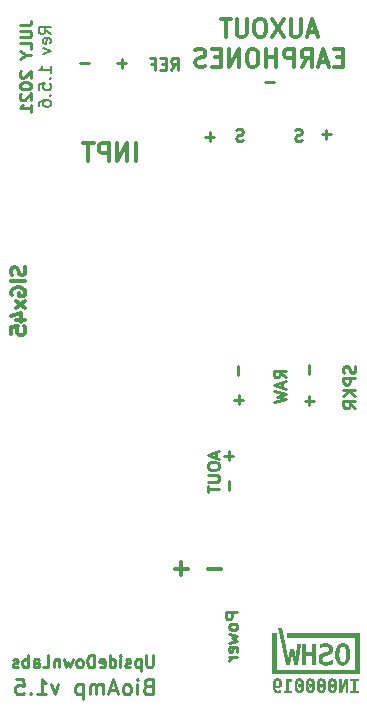
<source format=gbo>
G04 #@! TF.GenerationSoftware,KiCad,Pcbnew,5.1.10-1.fc32*
G04 #@! TF.CreationDate,2021-07-07T18:30:05+05:30*
G04 #@! TF.ProjectId,BioAmp v1.5,42696f41-6d70-4207-9631-2e352e6b6963,v1.5.6*
G04 #@! TF.SameCoordinates,Original*
G04 #@! TF.FileFunction,Legend,Bot*
G04 #@! TF.FilePolarity,Positive*
%FSLAX46Y46*%
G04 Gerber Fmt 4.6, Leading zero omitted, Abs format (unit mm)*
G04 Created by KiCad (PCBNEW 5.1.10-1.fc32) date 2021-07-07 18:30:05*
%MOMM*%
%LPD*%
G01*
G04 APERTURE LIST*
%ADD10C,0.150000*%
%ADD11C,0.250000*%
%ADD12C,0.300000*%
%ADD13C,0.010000*%
G04 APERTURE END LIST*
D10*
X128087380Y-68740685D02*
X127611190Y-68407352D01*
X128087380Y-68169257D02*
X127087380Y-68169257D01*
X127087380Y-68550209D01*
X127135000Y-68645447D01*
X127182619Y-68693066D01*
X127277857Y-68740685D01*
X127420714Y-68740685D01*
X127515952Y-68693066D01*
X127563571Y-68645447D01*
X127611190Y-68550209D01*
X127611190Y-68169257D01*
X128039761Y-69550209D02*
X128087380Y-69454971D01*
X128087380Y-69264495D01*
X128039761Y-69169257D01*
X127944523Y-69121638D01*
X127563571Y-69121638D01*
X127468333Y-69169257D01*
X127420714Y-69264495D01*
X127420714Y-69454971D01*
X127468333Y-69550209D01*
X127563571Y-69597828D01*
X127658809Y-69597828D01*
X127754047Y-69121638D01*
X127420714Y-69931161D02*
X128087380Y-70169257D01*
X127420714Y-70407352D01*
X128087380Y-72074019D02*
X128087380Y-71502590D01*
X128087380Y-71788304D02*
X127087380Y-71788304D01*
X127230238Y-71693066D01*
X127325476Y-71597828D01*
X127373095Y-71502590D01*
X127992142Y-72502590D02*
X128039761Y-72550209D01*
X128087380Y-72502590D01*
X128039761Y-72454971D01*
X127992142Y-72502590D01*
X128087380Y-72502590D01*
X127087380Y-73454971D02*
X127087380Y-72978780D01*
X127563571Y-72931161D01*
X127515952Y-72978780D01*
X127468333Y-73074019D01*
X127468333Y-73312114D01*
X127515952Y-73407352D01*
X127563571Y-73454971D01*
X127658809Y-73502590D01*
X127896904Y-73502590D01*
X127992142Y-73454971D01*
X128039761Y-73407352D01*
X128087380Y-73312114D01*
X128087380Y-73074019D01*
X128039761Y-72978780D01*
X127992142Y-72931161D01*
X127992142Y-73931161D02*
X128039761Y-73978780D01*
X128087380Y-73931161D01*
X128039761Y-73883542D01*
X127992142Y-73931161D01*
X128087380Y-73931161D01*
X127087380Y-74835923D02*
X127087380Y-74645447D01*
X127135000Y-74550209D01*
X127182619Y-74502590D01*
X127325476Y-74407352D01*
X127515952Y-74359733D01*
X127896904Y-74359733D01*
X127992142Y-74407352D01*
X128039761Y-74454971D01*
X128087380Y-74550209D01*
X128087380Y-74740685D01*
X128039761Y-74835923D01*
X127992142Y-74883542D01*
X127896904Y-74931161D01*
X127658809Y-74931161D01*
X127563571Y-74883542D01*
X127515952Y-74835923D01*
X127468333Y-74740685D01*
X127468333Y-74550209D01*
X127515952Y-74454971D01*
X127563571Y-74407352D01*
X127658809Y-74359733D01*
D11*
X144359914Y-77764561D02*
X144217057Y-77812180D01*
X143978961Y-77812180D01*
X143883723Y-77764561D01*
X143836104Y-77716942D01*
X143788485Y-77621704D01*
X143788485Y-77526466D01*
X143836104Y-77431228D01*
X143883723Y-77383609D01*
X143978961Y-77335990D01*
X144169438Y-77288371D01*
X144264676Y-77240752D01*
X144312295Y-77193133D01*
X144359914Y-77097895D01*
X144359914Y-77002657D01*
X144312295Y-76907419D01*
X144264676Y-76859800D01*
X144169438Y-76812180D01*
X143931342Y-76812180D01*
X143788485Y-76859800D01*
X149338314Y-77764561D02*
X149195457Y-77812180D01*
X148957361Y-77812180D01*
X148862123Y-77764561D01*
X148814504Y-77716942D01*
X148766885Y-77621704D01*
X148766885Y-77526466D01*
X148814504Y-77431228D01*
X148862123Y-77383609D01*
X148957361Y-77335990D01*
X149147838Y-77288371D01*
X149243076Y-77240752D01*
X149290695Y-77193133D01*
X149338314Y-77097895D01*
X149338314Y-77002657D01*
X149290695Y-76907419D01*
X149243076Y-76859800D01*
X149147838Y-76812180D01*
X148909742Y-76812180D01*
X148766885Y-76859800D01*
X151410028Y-77639152D02*
X151410028Y-76877247D01*
X151790980Y-77258200D02*
X151029076Y-77258200D01*
X141554828Y-77842352D02*
X141554828Y-77080447D01*
X141935780Y-77461400D02*
X141173876Y-77461400D01*
X146969752Y-72843371D02*
X146207847Y-72843371D01*
D12*
X150608800Y-68545600D02*
X149894514Y-68545600D01*
X150751657Y-68974171D02*
X150251657Y-67474171D01*
X149751657Y-68974171D01*
X149251657Y-67474171D02*
X149251657Y-68688457D01*
X149180228Y-68831314D01*
X149108800Y-68902742D01*
X148965942Y-68974171D01*
X148680228Y-68974171D01*
X148537371Y-68902742D01*
X148465942Y-68831314D01*
X148394514Y-68688457D01*
X148394514Y-67474171D01*
X147823085Y-67474171D02*
X146823085Y-68974171D01*
X146823085Y-67474171D02*
X147823085Y-68974171D01*
X145965942Y-67474171D02*
X145680228Y-67474171D01*
X145537371Y-67545600D01*
X145394514Y-67688457D01*
X145323085Y-67974171D01*
X145323085Y-68474171D01*
X145394514Y-68759885D01*
X145537371Y-68902742D01*
X145680228Y-68974171D01*
X145965942Y-68974171D01*
X146108800Y-68902742D01*
X146251657Y-68759885D01*
X146323085Y-68474171D01*
X146323085Y-67974171D01*
X146251657Y-67688457D01*
X146108800Y-67545600D01*
X145965942Y-67474171D01*
X144680228Y-67474171D02*
X144680228Y-68688457D01*
X144608800Y-68831314D01*
X144537371Y-68902742D01*
X144394514Y-68974171D01*
X144108800Y-68974171D01*
X143965942Y-68902742D01*
X143894514Y-68831314D01*
X143823085Y-68688457D01*
X143823085Y-67474171D01*
X143323085Y-67474171D02*
X142465942Y-67474171D01*
X142894514Y-68974171D02*
X142894514Y-67474171D01*
X152823085Y-70738457D02*
X152323085Y-70738457D01*
X152108800Y-71524171D02*
X152823085Y-71524171D01*
X152823085Y-70024171D01*
X152108800Y-70024171D01*
X151537371Y-71095600D02*
X150823085Y-71095600D01*
X151680228Y-71524171D02*
X151180228Y-70024171D01*
X150680228Y-71524171D01*
X149323085Y-71524171D02*
X149823085Y-70809885D01*
X150180228Y-71524171D02*
X150180228Y-70024171D01*
X149608800Y-70024171D01*
X149465942Y-70095600D01*
X149394514Y-70167028D01*
X149323085Y-70309885D01*
X149323085Y-70524171D01*
X149394514Y-70667028D01*
X149465942Y-70738457D01*
X149608800Y-70809885D01*
X150180228Y-70809885D01*
X148680228Y-71524171D02*
X148680228Y-70024171D01*
X148108800Y-70024171D01*
X147965942Y-70095600D01*
X147894514Y-70167028D01*
X147823085Y-70309885D01*
X147823085Y-70524171D01*
X147894514Y-70667028D01*
X147965942Y-70738457D01*
X148108800Y-70809885D01*
X148680228Y-70809885D01*
X147180228Y-71524171D02*
X147180228Y-70024171D01*
X147180228Y-70738457D02*
X146323085Y-70738457D01*
X146323085Y-71524171D02*
X146323085Y-70024171D01*
X145323085Y-70024171D02*
X145037371Y-70024171D01*
X144894514Y-70095600D01*
X144751657Y-70238457D01*
X144680228Y-70524171D01*
X144680228Y-71024171D01*
X144751657Y-71309885D01*
X144894514Y-71452742D01*
X145037371Y-71524171D01*
X145323085Y-71524171D01*
X145465942Y-71452742D01*
X145608800Y-71309885D01*
X145680228Y-71024171D01*
X145680228Y-70524171D01*
X145608800Y-70238457D01*
X145465942Y-70095600D01*
X145323085Y-70024171D01*
X144037371Y-71524171D02*
X144037371Y-70024171D01*
X143180228Y-71524171D01*
X143180228Y-70024171D01*
X142465942Y-70738457D02*
X141965942Y-70738457D01*
X141751657Y-71524171D02*
X142465942Y-71524171D01*
X142465942Y-70024171D01*
X141751657Y-70024171D01*
X141180228Y-71452742D02*
X140965942Y-71524171D01*
X140608800Y-71524171D01*
X140465942Y-71452742D01*
X140394514Y-71381314D01*
X140323085Y-71238457D01*
X140323085Y-71095600D01*
X140394514Y-70952742D01*
X140465942Y-70881314D01*
X140608800Y-70809885D01*
X140894514Y-70738457D01*
X141037371Y-70667028D01*
X141108800Y-70595600D01*
X141180228Y-70452742D01*
X141180228Y-70309885D01*
X141108800Y-70167028D01*
X141037371Y-70095600D01*
X140894514Y-70024171D01*
X140537371Y-70024171D01*
X140323085Y-70095600D01*
X125885514Y-88481257D02*
X125942657Y-88652685D01*
X125942657Y-88938400D01*
X125885514Y-89052685D01*
X125828371Y-89109828D01*
X125714085Y-89166971D01*
X125599800Y-89166971D01*
X125485514Y-89109828D01*
X125428371Y-89052685D01*
X125371228Y-88938400D01*
X125314085Y-88709828D01*
X125256942Y-88595542D01*
X125199800Y-88538400D01*
X125085514Y-88481257D01*
X124971228Y-88481257D01*
X124856942Y-88538400D01*
X124799800Y-88595542D01*
X124742657Y-88709828D01*
X124742657Y-88995542D01*
X124799800Y-89166971D01*
X125942657Y-89681257D02*
X124742657Y-89681257D01*
X124799800Y-90881257D02*
X124742657Y-90766971D01*
X124742657Y-90595542D01*
X124799800Y-90424114D01*
X124914085Y-90309828D01*
X125028371Y-90252685D01*
X125256942Y-90195542D01*
X125428371Y-90195542D01*
X125656942Y-90252685D01*
X125771228Y-90309828D01*
X125885514Y-90424114D01*
X125942657Y-90595542D01*
X125942657Y-90709828D01*
X125885514Y-90881257D01*
X125828371Y-90938400D01*
X125428371Y-90938400D01*
X125428371Y-90709828D01*
X125942657Y-91338400D02*
X125142657Y-91966971D01*
X125142657Y-91338400D02*
X125942657Y-91966971D01*
X125142657Y-92938400D02*
X125942657Y-92938400D01*
X124685514Y-92652685D02*
X125542657Y-92366971D01*
X125542657Y-93109828D01*
X124742657Y-94138400D02*
X124742657Y-93566971D01*
X125314085Y-93509828D01*
X125256942Y-93566971D01*
X125199800Y-93681257D01*
X125199800Y-93966971D01*
X125256942Y-94081257D01*
X125314085Y-94138400D01*
X125428371Y-94195542D01*
X125714085Y-94195542D01*
X125828371Y-94138400D01*
X125885514Y-94081257D01*
X125942657Y-93966971D01*
X125942657Y-93681257D01*
X125885514Y-93566971D01*
X125828371Y-93509828D01*
D11*
X138270228Y-71792380D02*
X138603561Y-71316190D01*
X138841657Y-71792380D02*
X138841657Y-70792380D01*
X138460704Y-70792380D01*
X138365466Y-70840000D01*
X138317847Y-70887619D01*
X138270228Y-70982857D01*
X138270228Y-71125714D01*
X138317847Y-71220952D01*
X138365466Y-71268571D01*
X138460704Y-71316190D01*
X138841657Y-71316190D01*
X137841657Y-71268571D02*
X137508323Y-71268571D01*
X137365466Y-71792380D02*
X137841657Y-71792380D01*
X137841657Y-70792380D01*
X137365466Y-70792380D01*
X136603561Y-71268571D02*
X136936895Y-71268571D01*
X136936895Y-71792380D02*
X136936895Y-70792380D01*
X136460704Y-70792380D01*
X131348752Y-71166971D02*
X130586847Y-71166971D01*
X134112628Y-71593952D02*
X134112628Y-70832047D01*
X134493580Y-71213000D02*
X133731676Y-71213000D01*
X143951971Y-96841647D02*
X143951971Y-97603552D01*
X144018628Y-100118152D02*
X144018628Y-99356247D01*
X144399580Y-99737200D02*
X143637676Y-99737200D01*
X149987628Y-100194352D02*
X149987628Y-99432447D01*
X150368580Y-99813400D02*
X149606676Y-99813400D01*
X143155028Y-104842552D02*
X143155028Y-104080647D01*
X143535980Y-104461600D02*
X142774076Y-104461600D01*
X153826161Y-96859285D02*
X153873780Y-97002142D01*
X153873780Y-97240238D01*
X153826161Y-97335476D01*
X153778542Y-97383095D01*
X153683304Y-97430714D01*
X153588066Y-97430714D01*
X153492828Y-97383095D01*
X153445209Y-97335476D01*
X153397590Y-97240238D01*
X153349971Y-97049761D01*
X153302352Y-96954523D01*
X153254733Y-96906904D01*
X153159495Y-96859285D01*
X153064257Y-96859285D01*
X152969019Y-96906904D01*
X152921400Y-96954523D01*
X152873780Y-97049761D01*
X152873780Y-97287857D01*
X152921400Y-97430714D01*
X153873780Y-97859285D02*
X152873780Y-97859285D01*
X152873780Y-98240238D01*
X152921400Y-98335476D01*
X152969019Y-98383095D01*
X153064257Y-98430714D01*
X153207114Y-98430714D01*
X153302352Y-98383095D01*
X153349971Y-98335476D01*
X153397590Y-98240238D01*
X153397590Y-97859285D01*
X153873780Y-98859285D02*
X152873780Y-98859285D01*
X153873780Y-99430714D02*
X153302352Y-99002142D01*
X152873780Y-99430714D02*
X153445209Y-98859285D01*
X153873780Y-100430714D02*
X153397590Y-100097380D01*
X153873780Y-99859285D02*
X152873780Y-99859285D01*
X152873780Y-100240238D01*
X152921400Y-100335476D01*
X152969019Y-100383095D01*
X153064257Y-100430714D01*
X153207114Y-100430714D01*
X153302352Y-100383095D01*
X153349971Y-100335476D01*
X153397590Y-100240238D01*
X153397590Y-99859285D01*
X149962228Y-97552752D02*
X149962228Y-96790847D01*
X143205828Y-107382552D02*
X143205828Y-106620647D01*
X125452380Y-68000000D02*
X126166666Y-68000000D01*
X126309523Y-67952380D01*
X126404761Y-67857142D01*
X126452380Y-67714285D01*
X126452380Y-67619047D01*
X125452380Y-68476190D02*
X126261904Y-68476190D01*
X126357142Y-68523809D01*
X126404761Y-68571428D01*
X126452380Y-68666666D01*
X126452380Y-68857142D01*
X126404761Y-68952380D01*
X126357142Y-69000000D01*
X126261904Y-69047619D01*
X125452380Y-69047619D01*
X126452380Y-70000000D02*
X126452380Y-69523809D01*
X125452380Y-69523809D01*
X125976190Y-70523809D02*
X126452380Y-70523809D01*
X125452380Y-70190476D02*
X125976190Y-70523809D01*
X125452380Y-70857142D01*
X125547619Y-71904761D02*
X125500000Y-71952380D01*
X125452380Y-72047619D01*
X125452380Y-72285714D01*
X125500000Y-72380952D01*
X125547619Y-72428571D01*
X125642857Y-72476190D01*
X125738095Y-72476190D01*
X125880952Y-72428571D01*
X126452380Y-71857142D01*
X126452380Y-72476190D01*
X125452380Y-73095238D02*
X125452380Y-73190476D01*
X125500000Y-73285714D01*
X125547619Y-73333333D01*
X125642857Y-73380952D01*
X125833333Y-73428571D01*
X126071428Y-73428571D01*
X126261904Y-73380952D01*
X126357142Y-73333333D01*
X126404761Y-73285714D01*
X126452380Y-73190476D01*
X126452380Y-73095238D01*
X126404761Y-73000000D01*
X126357142Y-72952380D01*
X126261904Y-72904761D01*
X126071428Y-72857142D01*
X125833333Y-72857142D01*
X125642857Y-72904761D01*
X125547619Y-72952380D01*
X125500000Y-73000000D01*
X125452380Y-73095238D01*
X125547619Y-73809523D02*
X125500000Y-73857142D01*
X125452380Y-73952380D01*
X125452380Y-74190476D01*
X125500000Y-74285714D01*
X125547619Y-74333333D01*
X125642857Y-74380952D01*
X125738095Y-74380952D01*
X125880952Y-74333333D01*
X126452380Y-73761904D01*
X126452380Y-74380952D01*
X126452380Y-75333333D02*
X126452380Y-74761904D01*
X126452380Y-75047619D02*
X125452380Y-75047619D01*
X125595238Y-74952380D01*
X125690476Y-74857142D01*
X125738095Y-74761904D01*
D12*
X135284742Y-79511571D02*
X135284742Y-78011571D01*
X134570457Y-79511571D02*
X134570457Y-78011571D01*
X133713314Y-79511571D01*
X133713314Y-78011571D01*
X132999028Y-79511571D02*
X132999028Y-78011571D01*
X132427600Y-78011571D01*
X132284742Y-78083000D01*
X132213314Y-78154428D01*
X132141885Y-78297285D01*
X132141885Y-78511571D01*
X132213314Y-78654428D01*
X132284742Y-78725857D01*
X132427600Y-78797285D01*
X132999028Y-78797285D01*
X131713314Y-78011571D02*
X130856171Y-78011571D01*
X131284742Y-79511571D02*
X131284742Y-78011571D01*
D11*
X136297161Y-123977542D02*
X136111447Y-124039447D01*
X136049542Y-124101352D01*
X135987638Y-124225161D01*
X135987638Y-124410876D01*
X136049542Y-124534685D01*
X136111447Y-124596590D01*
X136235257Y-124658495D01*
X136730495Y-124658495D01*
X136730495Y-123358495D01*
X136297161Y-123358495D01*
X136173352Y-123420400D01*
X136111447Y-123482304D01*
X136049542Y-123606114D01*
X136049542Y-123729923D01*
X136111447Y-123853733D01*
X136173352Y-123915638D01*
X136297161Y-123977542D01*
X136730495Y-123977542D01*
X135430495Y-124658495D02*
X135430495Y-123791828D01*
X135430495Y-123358495D02*
X135492400Y-123420400D01*
X135430495Y-123482304D01*
X135368590Y-123420400D01*
X135430495Y-123358495D01*
X135430495Y-123482304D01*
X134625733Y-124658495D02*
X134749542Y-124596590D01*
X134811447Y-124534685D01*
X134873352Y-124410876D01*
X134873352Y-124039447D01*
X134811447Y-123915638D01*
X134749542Y-123853733D01*
X134625733Y-123791828D01*
X134440019Y-123791828D01*
X134316209Y-123853733D01*
X134254304Y-123915638D01*
X134192400Y-124039447D01*
X134192400Y-124410876D01*
X134254304Y-124534685D01*
X134316209Y-124596590D01*
X134440019Y-124658495D01*
X134625733Y-124658495D01*
X133697161Y-124287066D02*
X133078114Y-124287066D01*
X133820971Y-124658495D02*
X133387638Y-123358495D01*
X132954304Y-124658495D01*
X132520971Y-124658495D02*
X132520971Y-123791828D01*
X132520971Y-123915638D02*
X132459066Y-123853733D01*
X132335257Y-123791828D01*
X132149542Y-123791828D01*
X132025733Y-123853733D01*
X131963828Y-123977542D01*
X131963828Y-124658495D01*
X131963828Y-123977542D02*
X131901923Y-123853733D01*
X131778114Y-123791828D01*
X131592400Y-123791828D01*
X131468590Y-123853733D01*
X131406685Y-123977542D01*
X131406685Y-124658495D01*
X130787638Y-123791828D02*
X130787638Y-125091828D01*
X130787638Y-123853733D02*
X130663828Y-123791828D01*
X130416209Y-123791828D01*
X130292400Y-123853733D01*
X130230495Y-123915638D01*
X130168590Y-124039447D01*
X130168590Y-124410876D01*
X130230495Y-124534685D01*
X130292400Y-124596590D01*
X130416209Y-124658495D01*
X130663828Y-124658495D01*
X130787638Y-124596590D01*
X128744780Y-123791828D02*
X128435257Y-124658495D01*
X128125733Y-123791828D01*
X126949542Y-124658495D02*
X127692400Y-124658495D01*
X127320971Y-124658495D02*
X127320971Y-123358495D01*
X127444780Y-123544209D01*
X127568590Y-123668019D01*
X127692400Y-123729923D01*
X126392400Y-124534685D02*
X126330495Y-124596590D01*
X126392400Y-124658495D01*
X126454304Y-124596590D01*
X126392400Y-124534685D01*
X126392400Y-124658495D01*
X125154304Y-123358495D02*
X125773352Y-123358495D01*
X125835257Y-123977542D01*
X125773352Y-123915638D01*
X125649542Y-123853733D01*
X125340019Y-123853733D01*
X125216209Y-123915638D01*
X125154304Y-123977542D01*
X125092400Y-124101352D01*
X125092400Y-124410876D01*
X125154304Y-124534685D01*
X125216209Y-124596590D01*
X125340019Y-124658495D01*
X125649542Y-124658495D01*
X125773352Y-124596590D01*
X125835257Y-124534685D01*
X136745561Y-121363780D02*
X136745561Y-122173304D01*
X136697942Y-122268542D01*
X136650323Y-122316161D01*
X136555085Y-122363780D01*
X136364609Y-122363780D01*
X136269371Y-122316161D01*
X136221752Y-122268542D01*
X136174133Y-122173304D01*
X136174133Y-121363780D01*
X135697942Y-121697114D02*
X135697942Y-122697114D01*
X135697942Y-121744733D02*
X135602704Y-121697114D01*
X135412228Y-121697114D01*
X135316990Y-121744733D01*
X135269371Y-121792352D01*
X135221752Y-121887590D01*
X135221752Y-122173304D01*
X135269371Y-122268542D01*
X135316990Y-122316161D01*
X135412228Y-122363780D01*
X135602704Y-122363780D01*
X135697942Y-122316161D01*
X134840800Y-122316161D02*
X134745561Y-122363780D01*
X134555085Y-122363780D01*
X134459847Y-122316161D01*
X134412228Y-122220923D01*
X134412228Y-122173304D01*
X134459847Y-122078066D01*
X134555085Y-122030447D01*
X134697942Y-122030447D01*
X134793180Y-121982828D01*
X134840800Y-121887590D01*
X134840800Y-121839971D01*
X134793180Y-121744733D01*
X134697942Y-121697114D01*
X134555085Y-121697114D01*
X134459847Y-121744733D01*
X133983657Y-122363780D02*
X133983657Y-121697114D01*
X133983657Y-121363780D02*
X134031276Y-121411400D01*
X133983657Y-121459019D01*
X133936038Y-121411400D01*
X133983657Y-121363780D01*
X133983657Y-121459019D01*
X133078895Y-122363780D02*
X133078895Y-121363780D01*
X133078895Y-122316161D02*
X133174133Y-122363780D01*
X133364609Y-122363780D01*
X133459847Y-122316161D01*
X133507466Y-122268542D01*
X133555085Y-122173304D01*
X133555085Y-121887590D01*
X133507466Y-121792352D01*
X133459847Y-121744733D01*
X133364609Y-121697114D01*
X133174133Y-121697114D01*
X133078895Y-121744733D01*
X132221752Y-122316161D02*
X132316990Y-122363780D01*
X132507466Y-122363780D01*
X132602704Y-122316161D01*
X132650323Y-122220923D01*
X132650323Y-121839971D01*
X132602704Y-121744733D01*
X132507466Y-121697114D01*
X132316990Y-121697114D01*
X132221752Y-121744733D01*
X132174133Y-121839971D01*
X132174133Y-121935209D01*
X132650323Y-122030447D01*
X131745561Y-122363780D02*
X131745561Y-121363780D01*
X131507466Y-121363780D01*
X131364609Y-121411400D01*
X131269371Y-121506638D01*
X131221752Y-121601876D01*
X131174133Y-121792352D01*
X131174133Y-121935209D01*
X131221752Y-122125685D01*
X131269371Y-122220923D01*
X131364609Y-122316161D01*
X131507466Y-122363780D01*
X131745561Y-122363780D01*
X130602704Y-122363780D02*
X130697942Y-122316161D01*
X130745561Y-122268542D01*
X130793180Y-122173304D01*
X130793180Y-121887590D01*
X130745561Y-121792352D01*
X130697942Y-121744733D01*
X130602704Y-121697114D01*
X130459847Y-121697114D01*
X130364609Y-121744733D01*
X130316990Y-121792352D01*
X130269371Y-121887590D01*
X130269371Y-122173304D01*
X130316990Y-122268542D01*
X130364609Y-122316161D01*
X130459847Y-122363780D01*
X130602704Y-122363780D01*
X129936038Y-121697114D02*
X129745561Y-122363780D01*
X129555085Y-121887590D01*
X129364609Y-122363780D01*
X129174133Y-121697114D01*
X128793180Y-121697114D02*
X128793180Y-122363780D01*
X128793180Y-121792352D02*
X128745561Y-121744733D01*
X128650323Y-121697114D01*
X128507466Y-121697114D01*
X128412228Y-121744733D01*
X128364609Y-121839971D01*
X128364609Y-122363780D01*
X127412228Y-122363780D02*
X127888419Y-122363780D01*
X127888419Y-121363780D01*
X126650323Y-122363780D02*
X126650323Y-121839971D01*
X126697942Y-121744733D01*
X126793180Y-121697114D01*
X126983657Y-121697114D01*
X127078895Y-121744733D01*
X126650323Y-122316161D02*
X126745561Y-122363780D01*
X126983657Y-122363780D01*
X127078895Y-122316161D01*
X127126514Y-122220923D01*
X127126514Y-122125685D01*
X127078895Y-122030447D01*
X126983657Y-121982828D01*
X126745561Y-121982828D01*
X126650323Y-121935209D01*
X126174133Y-122363780D02*
X126174133Y-121363780D01*
X126174133Y-121744733D02*
X126078895Y-121697114D01*
X125888419Y-121697114D01*
X125793180Y-121744733D01*
X125745561Y-121792352D01*
X125697942Y-121887590D01*
X125697942Y-122173304D01*
X125745561Y-122268542D01*
X125793180Y-122316161D01*
X125888419Y-122363780D01*
X126078895Y-122363780D01*
X126174133Y-122316161D01*
X125316990Y-122316161D02*
X125221752Y-122363780D01*
X125031276Y-122363780D01*
X124936038Y-122316161D01*
X124888419Y-122220923D01*
X124888419Y-122173304D01*
X124936038Y-122078066D01*
X125031276Y-122030447D01*
X125174133Y-122030447D01*
X125269371Y-121982828D01*
X125316990Y-121887590D01*
X125316990Y-121839971D01*
X125269371Y-121744733D01*
X125174133Y-121697114D01*
X125031276Y-121697114D01*
X124936038Y-121744733D01*
X143891580Y-117725409D02*
X142891580Y-117725409D01*
X142891580Y-118106361D01*
X142939200Y-118201600D01*
X142986819Y-118249219D01*
X143082057Y-118296838D01*
X143224914Y-118296838D01*
X143320152Y-118249219D01*
X143367771Y-118201600D01*
X143415390Y-118106361D01*
X143415390Y-117725409D01*
X143891580Y-118868266D02*
X143843961Y-118773028D01*
X143796342Y-118725409D01*
X143701104Y-118677790D01*
X143415390Y-118677790D01*
X143320152Y-118725409D01*
X143272533Y-118773028D01*
X143224914Y-118868266D01*
X143224914Y-119011123D01*
X143272533Y-119106361D01*
X143320152Y-119153980D01*
X143415390Y-119201600D01*
X143701104Y-119201600D01*
X143796342Y-119153980D01*
X143843961Y-119106361D01*
X143891580Y-119011123D01*
X143891580Y-118868266D01*
X143224914Y-119534933D02*
X143891580Y-119725409D01*
X143415390Y-119915885D01*
X143891580Y-120106361D01*
X143224914Y-120296838D01*
X143843961Y-121058742D02*
X143891580Y-120963504D01*
X143891580Y-120773028D01*
X143843961Y-120677790D01*
X143748723Y-120630171D01*
X143367771Y-120630171D01*
X143272533Y-120677790D01*
X143224914Y-120773028D01*
X143224914Y-120963504D01*
X143272533Y-121058742D01*
X143367771Y-121106361D01*
X143463009Y-121106361D01*
X143558247Y-120630171D01*
X143891580Y-121534933D02*
X143224914Y-121534933D01*
X143415390Y-121534933D02*
X143320152Y-121582552D01*
X143272533Y-121630171D01*
X143224914Y-121725409D01*
X143224914Y-121820647D01*
D12*
X142537428Y-114042942D02*
X141394571Y-114042942D01*
X139152142Y-113440571D02*
X139152142Y-114583428D01*
X139723571Y-114012000D02*
X138580714Y-114012000D01*
D11*
X147980980Y-97827523D02*
X147504790Y-97494190D01*
X147980980Y-97256095D02*
X146980980Y-97256095D01*
X146980980Y-97637047D01*
X147028600Y-97732285D01*
X147076219Y-97779904D01*
X147171457Y-97827523D01*
X147314314Y-97827523D01*
X147409552Y-97779904D01*
X147457171Y-97732285D01*
X147504790Y-97637047D01*
X147504790Y-97256095D01*
X147695266Y-98208476D02*
X147695266Y-98684666D01*
X147980980Y-98113238D02*
X146980980Y-98446571D01*
X147980980Y-98779904D01*
X146980980Y-99018000D02*
X147980980Y-99256095D01*
X147266695Y-99446571D01*
X147980980Y-99637047D01*
X146980980Y-99875142D01*
X142081866Y-104141133D02*
X142081866Y-104617323D01*
X142367580Y-104045895D02*
X141367580Y-104379228D01*
X142367580Y-104712561D01*
X141367580Y-105236371D02*
X141367580Y-105426847D01*
X141415200Y-105522085D01*
X141510438Y-105617323D01*
X141700914Y-105664942D01*
X142034247Y-105664942D01*
X142224723Y-105617323D01*
X142319961Y-105522085D01*
X142367580Y-105426847D01*
X142367580Y-105236371D01*
X142319961Y-105141133D01*
X142224723Y-105045895D01*
X142034247Y-104998276D01*
X141700914Y-104998276D01*
X141510438Y-105045895D01*
X141415200Y-105141133D01*
X141367580Y-105236371D01*
X141367580Y-106093514D02*
X142177104Y-106093514D01*
X142272342Y-106141133D01*
X142319961Y-106188752D01*
X142367580Y-106283990D01*
X142367580Y-106474466D01*
X142319961Y-106569704D01*
X142272342Y-106617323D01*
X142177104Y-106664942D01*
X141367580Y-106664942D01*
X141367580Y-106998276D02*
X141367580Y-107569704D01*
X142367580Y-107283990D02*
X141367580Y-107283990D01*
D13*
G36*
X149053677Y-123807220D02*
G01*
X149020148Y-123831899D01*
X149000369Y-123869320D01*
X148996320Y-123899920D01*
X149000604Y-123934562D01*
X149016681Y-123961825D01*
X149026019Y-123971821D01*
X149053470Y-123993184D01*
X149084188Y-124001056D01*
X149097920Y-124001520D01*
X149132563Y-123997236D01*
X149159826Y-123981159D01*
X149169822Y-123971821D01*
X149193886Y-123935651D01*
X149200814Y-123896540D01*
X149192424Y-123858874D01*
X149170533Y-123827038D01*
X149136959Y-123805418D01*
X149097920Y-123798320D01*
X149053677Y-123807220D01*
G37*
X149053677Y-123807220D02*
X149020148Y-123831899D01*
X149000369Y-123869320D01*
X148996320Y-123899920D01*
X149000604Y-123934562D01*
X149016681Y-123961825D01*
X149026019Y-123971821D01*
X149053470Y-123993184D01*
X149084188Y-124001056D01*
X149097920Y-124001520D01*
X149132563Y-123997236D01*
X149159826Y-123981159D01*
X149169822Y-123971821D01*
X149193886Y-123935651D01*
X149200814Y-123896540D01*
X149192424Y-123858874D01*
X149170533Y-123827038D01*
X149136959Y-123805418D01*
X149097920Y-123798320D01*
X149053677Y-123807220D01*
G36*
X149997998Y-123802603D02*
G01*
X149970735Y-123818680D01*
X149960739Y-123828018D01*
X149936675Y-123864188D01*
X149929747Y-123903299D01*
X149938137Y-123940965D01*
X149960028Y-123972801D01*
X149993602Y-123994421D01*
X150032640Y-124001520D01*
X150067283Y-123997236D01*
X150094546Y-123981159D01*
X150104542Y-123971821D01*
X150128606Y-123935651D01*
X150135534Y-123896540D01*
X150127144Y-123858874D01*
X150105253Y-123827038D01*
X150071679Y-123805418D01*
X150032640Y-123798320D01*
X149997998Y-123802603D01*
G37*
X149997998Y-123802603D02*
X149970735Y-123818680D01*
X149960739Y-123828018D01*
X149936675Y-123864188D01*
X149929747Y-123903299D01*
X149938137Y-123940965D01*
X149960028Y-123972801D01*
X149993602Y-123994421D01*
X150032640Y-124001520D01*
X150067283Y-123997236D01*
X150094546Y-123981159D01*
X150104542Y-123971821D01*
X150128606Y-123935651D01*
X150135534Y-123896540D01*
X150127144Y-123858874D01*
X150105253Y-123827038D01*
X150071679Y-123805418D01*
X150032640Y-123798320D01*
X149997998Y-123802603D01*
G36*
X150932718Y-123802603D02*
G01*
X150905455Y-123818680D01*
X150895459Y-123828018D01*
X150871395Y-123864188D01*
X150864467Y-123903299D01*
X150872857Y-123940965D01*
X150894748Y-123972801D01*
X150928322Y-123994421D01*
X150967360Y-124001520D01*
X151002003Y-123997236D01*
X151029266Y-123981159D01*
X151039262Y-123971821D01*
X151063326Y-123935651D01*
X151070254Y-123896540D01*
X151061864Y-123858874D01*
X151039973Y-123827038D01*
X151006399Y-123805418D01*
X150967360Y-123798320D01*
X150932718Y-123802603D01*
G37*
X150932718Y-123802603D02*
X150905455Y-123818680D01*
X150895459Y-123828018D01*
X150871395Y-123864188D01*
X150864467Y-123903299D01*
X150872857Y-123940965D01*
X150894748Y-123972801D01*
X150928322Y-123994421D01*
X150967360Y-124001520D01*
X151002003Y-123997236D01*
X151029266Y-123981159D01*
X151039262Y-123971821D01*
X151063326Y-123935651D01*
X151070254Y-123896540D01*
X151061864Y-123858874D01*
X151039973Y-123827038D01*
X151006399Y-123805418D01*
X150967360Y-123798320D01*
X150932718Y-123802603D01*
G36*
X151867438Y-123802603D02*
G01*
X151840175Y-123818680D01*
X151830179Y-123828018D01*
X151806115Y-123864188D01*
X151799187Y-123903299D01*
X151807577Y-123940965D01*
X151829468Y-123972801D01*
X151863042Y-123994421D01*
X151902080Y-124001520D01*
X151936723Y-123997236D01*
X151963986Y-123981159D01*
X151973982Y-123971821D01*
X151998046Y-123935651D01*
X152004974Y-123896540D01*
X151996584Y-123858874D01*
X151974693Y-123827038D01*
X151941119Y-123805418D01*
X151902080Y-123798320D01*
X151867438Y-123802603D01*
G37*
X151867438Y-123802603D02*
X151840175Y-123818680D01*
X151830179Y-123828018D01*
X151806115Y-123864188D01*
X151799187Y-123903299D01*
X151807577Y-123940965D01*
X151829468Y-123972801D01*
X151863042Y-123994421D01*
X151902080Y-124001520D01*
X151936723Y-123997236D01*
X151963986Y-123981159D01*
X151973982Y-123971821D01*
X151998046Y-123935651D01*
X152004974Y-123896540D01*
X151996584Y-123858874D01*
X151974693Y-123827038D01*
X151941119Y-123805418D01*
X151902080Y-123798320D01*
X151867438Y-123802603D01*
G36*
X147383676Y-119076742D02*
G01*
X147360327Y-119079231D01*
X147354580Y-119082623D01*
X147358511Y-119095256D01*
X147365722Y-119124283D01*
X147375398Y-119166196D01*
X147386721Y-119217487D01*
X147395425Y-119258202D01*
X147409880Y-119326369D01*
X147427024Y-119406675D01*
X147445205Y-119491408D01*
X147462769Y-119572856D01*
X147472441Y-119617480D01*
X147489682Y-119696849D01*
X147507683Y-119779759D01*
X147527034Y-119868923D01*
X147548324Y-119967059D01*
X147572141Y-120076880D01*
X147599075Y-120201104D01*
X147629715Y-120342445D01*
X147630035Y-120343920D01*
X147644083Y-120408660D01*
X147660860Y-120485867D01*
X147678758Y-120568153D01*
X147696173Y-120648133D01*
X147706265Y-120694440D01*
X147722517Y-120769103D01*
X147740244Y-120850772D01*
X147757847Y-120932062D01*
X147773725Y-121005588D01*
X147782200Y-121044960D01*
X147795149Y-121105113D01*
X147809314Y-121170712D01*
X147825152Y-121243853D01*
X147843118Y-121326633D01*
X147863667Y-121421147D01*
X147887255Y-121529494D01*
X147914337Y-121653770D01*
X147941095Y-121776480D01*
X147955306Y-121841710D01*
X147969229Y-121905756D01*
X147981806Y-121963746D01*
X147991981Y-122010807D01*
X147997850Y-122038100D01*
X148013608Y-122111760D01*
X148243665Y-122111760D01*
X148254588Y-122073660D01*
X148260935Y-122049261D01*
X148270368Y-122010192D01*
X148281663Y-121961638D01*
X148293594Y-121908785D01*
X148294771Y-121903480D01*
X148307340Y-121847095D01*
X148322902Y-121777813D01*
X148339899Y-121702540D01*
X148356774Y-121628184D01*
X148365818Y-121588520D01*
X148382241Y-121516352D01*
X148399984Y-121437899D01*
X148417383Y-121360543D01*
X148432775Y-121291669D01*
X148439590Y-121260954D01*
X148451078Y-121210265D01*
X148461237Y-121167830D01*
X148469216Y-121137018D01*
X148474166Y-121121200D01*
X148475174Y-121119866D01*
X148479182Y-121131245D01*
X148486974Y-121159821D01*
X148497907Y-121202959D01*
X148511338Y-121258024D01*
X148526624Y-121322382D01*
X148543122Y-121393398D01*
X148559776Y-121466600D01*
X148572510Y-121522987D01*
X148588219Y-121592272D01*
X148605334Y-121667548D01*
X148622284Y-121741906D01*
X148631345Y-121781560D01*
X148646024Y-121846021D01*
X148660343Y-121909429D01*
X148673186Y-121966804D01*
X148683437Y-122013167D01*
X148688835Y-122038100D01*
X148704488Y-122111760D01*
X148819240Y-122111760D01*
X148869190Y-122111492D01*
X148902494Y-122110277D01*
X148922825Y-122107498D01*
X148933852Y-122102539D01*
X148939249Y-122094783D01*
X148940454Y-122091397D01*
X148943713Y-122075831D01*
X148949338Y-122043254D01*
X148956832Y-121996775D01*
X148965702Y-121939501D01*
X148975452Y-121874541D01*
X148981274Y-121834857D01*
X148993006Y-121754531D01*
X149006787Y-121660697D01*
X149021643Y-121559945D01*
X149036604Y-121458861D01*
X149050696Y-121364034D01*
X149056614Y-121324360D01*
X149070037Y-121234378D01*
X149084844Y-121134896D01*
X149100046Y-121032561D01*
X149114658Y-120934019D01*
X149127692Y-120845918D01*
X149132804Y-120811280D01*
X149143810Y-120737085D01*
X149154868Y-120663336D01*
X149165299Y-120594498D01*
X149174425Y-120535039D01*
X149181567Y-120489425D01*
X149183726Y-120476000D01*
X149190495Y-120433696D01*
X149195810Y-120399108D01*
X149198945Y-120377027D01*
X149199480Y-120371860D01*
X149189991Y-120368918D01*
X149164109Y-120366504D01*
X149125758Y-120364863D01*
X149078862Y-120364240D01*
X149077600Y-120364240D01*
X149030533Y-120364599D01*
X148991907Y-120365579D01*
X148965650Y-120367030D01*
X148955687Y-120368804D01*
X148955680Y-120368852D01*
X148954539Y-120382437D01*
X148951389Y-120412657D01*
X148946640Y-120455973D01*
X148940700Y-120508843D01*
X148933982Y-120567727D01*
X148926893Y-120629085D01*
X148919844Y-120689377D01*
X148913245Y-120745063D01*
X148907505Y-120792601D01*
X148903035Y-120828452D01*
X148900244Y-120849076D01*
X148899764Y-120851920D01*
X148897369Y-120868085D01*
X148893027Y-120901756D01*
X148887063Y-120950245D01*
X148879801Y-121010865D01*
X148871565Y-121080929D01*
X148862678Y-121157750D01*
X148858728Y-121192280D01*
X148845584Y-121307415D01*
X148834511Y-121403981D01*
X148825299Y-121483600D01*
X148817740Y-121547894D01*
X148811625Y-121598486D01*
X148806744Y-121636996D01*
X148802888Y-121665049D01*
X148799848Y-121684265D01*
X148797415Y-121696268D01*
X148795380Y-121702679D01*
X148793534Y-121705120D01*
X148792583Y-121705360D01*
X148788534Y-121695913D01*
X148781322Y-121669667D01*
X148771708Y-121629758D01*
X148760447Y-121579325D01*
X148749018Y-121525020D01*
X148733807Y-121451204D01*
X148716054Y-121365794D01*
X148697487Y-121277062D01*
X148679834Y-121193280D01*
X148670999Y-121151640D01*
X148657306Y-121087116D01*
X148644253Y-121025242D01*
X148632754Y-120970383D01*
X148623725Y-120926902D01*
X148618281Y-120900180D01*
X148606654Y-120841760D01*
X148347521Y-120841760D01*
X148336680Y-120895100D01*
X148328798Y-120933400D01*
X148318659Y-120981786D01*
X148305857Y-121042161D01*
X148289987Y-121116430D01*
X148270643Y-121206498D01*
X148247419Y-121314269D01*
X148244145Y-121329440D01*
X148229103Y-121399217D01*
X148213749Y-121470584D01*
X148199272Y-121537998D01*
X148186865Y-121595915D01*
X148178685Y-121634240D01*
X148168101Y-121681352D01*
X148160188Y-121709956D01*
X148154389Y-121721602D01*
X148150145Y-121717845D01*
X148149469Y-121715520D01*
X148143597Y-121690602D01*
X148134428Y-121649193D01*
X148122689Y-121594720D01*
X148109104Y-121530610D01*
X148094398Y-121460291D01*
X148079296Y-121387188D01*
X148064523Y-121314731D01*
X148061337Y-121298960D01*
X148049667Y-121241643D01*
X148035006Y-121170516D01*
X148018616Y-121091638D01*
X148001754Y-121011069D01*
X147985681Y-120934869D01*
X147985328Y-120933200D01*
X147965787Y-120840837D01*
X147946520Y-120749354D01*
X147926812Y-120655320D01*
X147905946Y-120555304D01*
X147883207Y-120445874D01*
X147857879Y-120323600D01*
X147829246Y-120185050D01*
X147827435Y-120176280D01*
X147811060Y-120097291D01*
X147792279Y-120007229D01*
X147772934Y-119914895D01*
X147754867Y-119829086D01*
X147746638Y-119790200D01*
X147730496Y-119713708D01*
X147712649Y-119628510D01*
X147694761Y-119542579D01*
X147678492Y-119463887D01*
X147670399Y-119424440D01*
X147657154Y-119359822D01*
X147643737Y-119294709D01*
X147631333Y-119234830D01*
X147621127Y-119185913D01*
X147616796Y-119165360D01*
X147598489Y-119079000D01*
X147473648Y-119076140D01*
X147422320Y-119075664D01*
X147383676Y-119076742D01*
G37*
X147383676Y-119076742D02*
X147360327Y-119079231D01*
X147354580Y-119082623D01*
X147358511Y-119095256D01*
X147365722Y-119124283D01*
X147375398Y-119166196D01*
X147386721Y-119217487D01*
X147395425Y-119258202D01*
X147409880Y-119326369D01*
X147427024Y-119406675D01*
X147445205Y-119491408D01*
X147462769Y-119572856D01*
X147472441Y-119617480D01*
X147489682Y-119696849D01*
X147507683Y-119779759D01*
X147527034Y-119868923D01*
X147548324Y-119967059D01*
X147572141Y-120076880D01*
X147599075Y-120201104D01*
X147629715Y-120342445D01*
X147630035Y-120343920D01*
X147644083Y-120408660D01*
X147660860Y-120485867D01*
X147678758Y-120568153D01*
X147696173Y-120648133D01*
X147706265Y-120694440D01*
X147722517Y-120769103D01*
X147740244Y-120850772D01*
X147757847Y-120932062D01*
X147773725Y-121005588D01*
X147782200Y-121044960D01*
X147795149Y-121105113D01*
X147809314Y-121170712D01*
X147825152Y-121243853D01*
X147843118Y-121326633D01*
X147863667Y-121421147D01*
X147887255Y-121529494D01*
X147914337Y-121653770D01*
X147941095Y-121776480D01*
X147955306Y-121841710D01*
X147969229Y-121905756D01*
X147981806Y-121963746D01*
X147991981Y-122010807D01*
X147997850Y-122038100D01*
X148013608Y-122111760D01*
X148243665Y-122111760D01*
X148254588Y-122073660D01*
X148260935Y-122049261D01*
X148270368Y-122010192D01*
X148281663Y-121961638D01*
X148293594Y-121908785D01*
X148294771Y-121903480D01*
X148307340Y-121847095D01*
X148322902Y-121777813D01*
X148339899Y-121702540D01*
X148356774Y-121628184D01*
X148365818Y-121588520D01*
X148382241Y-121516352D01*
X148399984Y-121437899D01*
X148417383Y-121360543D01*
X148432775Y-121291669D01*
X148439590Y-121260954D01*
X148451078Y-121210265D01*
X148461237Y-121167830D01*
X148469216Y-121137018D01*
X148474166Y-121121200D01*
X148475174Y-121119866D01*
X148479182Y-121131245D01*
X148486974Y-121159821D01*
X148497907Y-121202959D01*
X148511338Y-121258024D01*
X148526624Y-121322382D01*
X148543122Y-121393398D01*
X148559776Y-121466600D01*
X148572510Y-121522987D01*
X148588219Y-121592272D01*
X148605334Y-121667548D01*
X148622284Y-121741906D01*
X148631345Y-121781560D01*
X148646024Y-121846021D01*
X148660343Y-121909429D01*
X148673186Y-121966804D01*
X148683437Y-122013167D01*
X148688835Y-122038100D01*
X148704488Y-122111760D01*
X148819240Y-122111760D01*
X148869190Y-122111492D01*
X148902494Y-122110277D01*
X148922825Y-122107498D01*
X148933852Y-122102539D01*
X148939249Y-122094783D01*
X148940454Y-122091397D01*
X148943713Y-122075831D01*
X148949338Y-122043254D01*
X148956832Y-121996775D01*
X148965702Y-121939501D01*
X148975452Y-121874541D01*
X148981274Y-121834857D01*
X148993006Y-121754531D01*
X149006787Y-121660697D01*
X149021643Y-121559945D01*
X149036604Y-121458861D01*
X149050696Y-121364034D01*
X149056614Y-121324360D01*
X149070037Y-121234378D01*
X149084844Y-121134896D01*
X149100046Y-121032561D01*
X149114658Y-120934019D01*
X149127692Y-120845918D01*
X149132804Y-120811280D01*
X149143810Y-120737085D01*
X149154868Y-120663336D01*
X149165299Y-120594498D01*
X149174425Y-120535039D01*
X149181567Y-120489425D01*
X149183726Y-120476000D01*
X149190495Y-120433696D01*
X149195810Y-120399108D01*
X149198945Y-120377027D01*
X149199480Y-120371860D01*
X149189991Y-120368918D01*
X149164109Y-120366504D01*
X149125758Y-120364863D01*
X149078862Y-120364240D01*
X149077600Y-120364240D01*
X149030533Y-120364599D01*
X148991907Y-120365579D01*
X148965650Y-120367030D01*
X148955687Y-120368804D01*
X148955680Y-120368852D01*
X148954539Y-120382437D01*
X148951389Y-120412657D01*
X148946640Y-120455973D01*
X148940700Y-120508843D01*
X148933982Y-120567727D01*
X148926893Y-120629085D01*
X148919844Y-120689377D01*
X148913245Y-120745063D01*
X148907505Y-120792601D01*
X148903035Y-120828452D01*
X148900244Y-120849076D01*
X148899764Y-120851920D01*
X148897369Y-120868085D01*
X148893027Y-120901756D01*
X148887063Y-120950245D01*
X148879801Y-121010865D01*
X148871565Y-121080929D01*
X148862678Y-121157750D01*
X148858728Y-121192280D01*
X148845584Y-121307415D01*
X148834511Y-121403981D01*
X148825299Y-121483600D01*
X148817740Y-121547894D01*
X148811625Y-121598486D01*
X148806744Y-121636996D01*
X148802888Y-121665049D01*
X148799848Y-121684265D01*
X148797415Y-121696268D01*
X148795380Y-121702679D01*
X148793534Y-121705120D01*
X148792583Y-121705360D01*
X148788534Y-121695913D01*
X148781322Y-121669667D01*
X148771708Y-121629758D01*
X148760447Y-121579325D01*
X148749018Y-121525020D01*
X148733807Y-121451204D01*
X148716054Y-121365794D01*
X148697487Y-121277062D01*
X148679834Y-121193280D01*
X148670999Y-121151640D01*
X148657306Y-121087116D01*
X148644253Y-121025242D01*
X148632754Y-120970383D01*
X148623725Y-120926902D01*
X148618281Y-120900180D01*
X148606654Y-120841760D01*
X148347521Y-120841760D01*
X148336680Y-120895100D01*
X148328798Y-120933400D01*
X148318659Y-120981786D01*
X148305857Y-121042161D01*
X148289987Y-121116430D01*
X148270643Y-121206498D01*
X148247419Y-121314269D01*
X148244145Y-121329440D01*
X148229103Y-121399217D01*
X148213749Y-121470584D01*
X148199272Y-121537998D01*
X148186865Y-121595915D01*
X148178685Y-121634240D01*
X148168101Y-121681352D01*
X148160188Y-121709956D01*
X148154389Y-121721602D01*
X148150145Y-121717845D01*
X148149469Y-121715520D01*
X148143597Y-121690602D01*
X148134428Y-121649193D01*
X148122689Y-121594720D01*
X148109104Y-121530610D01*
X148094398Y-121460291D01*
X148079296Y-121387188D01*
X148064523Y-121314731D01*
X148061337Y-121298960D01*
X148049667Y-121241643D01*
X148035006Y-121170516D01*
X148018616Y-121091638D01*
X148001754Y-121011069D01*
X147985681Y-120934869D01*
X147985328Y-120933200D01*
X147965787Y-120840837D01*
X147946520Y-120749354D01*
X147926812Y-120655320D01*
X147905946Y-120555304D01*
X147883207Y-120445874D01*
X147857879Y-120323600D01*
X147829246Y-120185050D01*
X147827435Y-120176280D01*
X147811060Y-120097291D01*
X147792279Y-120007229D01*
X147772934Y-119914895D01*
X147754867Y-119829086D01*
X147746638Y-119790200D01*
X147730496Y-119713708D01*
X147712649Y-119628510D01*
X147694761Y-119542579D01*
X147678492Y-119463887D01*
X147670399Y-119424440D01*
X147657154Y-119359822D01*
X147643737Y-119294709D01*
X147631333Y-119234830D01*
X147621127Y-119185913D01*
X147616796Y-119165360D01*
X147598489Y-119079000D01*
X147473648Y-119076140D01*
X147422320Y-119075664D01*
X147383676Y-119076742D01*
G36*
X150220600Y-121070360D02*
G01*
X149908180Y-121073046D01*
X149595760Y-121075733D01*
X149595760Y-120364240D01*
X149341760Y-120364240D01*
X149341760Y-122111760D01*
X149595760Y-122111760D01*
X149595760Y-121288800D01*
X150225680Y-121288800D01*
X150225680Y-122111760D01*
X150469520Y-122111760D01*
X150469520Y-120364240D01*
X150225944Y-120364240D01*
X150220600Y-121070360D01*
G37*
X150220600Y-121070360D02*
X149908180Y-121073046D01*
X149595760Y-121075733D01*
X149595760Y-120364240D01*
X149341760Y-120364240D01*
X149341760Y-122111760D01*
X149595760Y-122111760D01*
X149595760Y-121288800D01*
X150225680Y-121288800D01*
X150225680Y-122111760D01*
X150469520Y-122111760D01*
X150469520Y-120364240D01*
X150225944Y-120364240D01*
X150220600Y-121070360D01*
G36*
X151234211Y-120334568D02*
G01*
X151183719Y-120341464D01*
X151120849Y-120353330D01*
X151052450Y-120368569D01*
X150985372Y-120385579D01*
X150926467Y-120402763D01*
X150893700Y-120414062D01*
X150865760Y-120424697D01*
X150865760Y-120541188D01*
X150866553Y-120587845D01*
X150868706Y-120626690D01*
X150871881Y-120653429D01*
X150875385Y-120663628D01*
X150888009Y-120661855D01*
X150914206Y-120652269D01*
X150949608Y-120636597D01*
X150974445Y-120624489D01*
X151063045Y-120584888D01*
X151146510Y-120559307D01*
X151232391Y-120545890D01*
X151307720Y-120542671D01*
X151389152Y-120546133D01*
X151455726Y-120557939D01*
X151511638Y-120579375D01*
X151561085Y-120611724D01*
X151576735Y-120625046D01*
X151620984Y-120675986D01*
X151647685Y-120734608D01*
X151658024Y-120803704D01*
X151658240Y-120816653D01*
X151654321Y-120873009D01*
X151641404Y-120920587D01*
X151617754Y-120960840D01*
X151581634Y-120995218D01*
X151531307Y-121025173D01*
X151465036Y-121052157D01*
X151381085Y-121077622D01*
X151330526Y-121090584D01*
X151228128Y-121117039D01*
X151143224Y-121142373D01*
X151073120Y-121167798D01*
X151015123Y-121194523D01*
X150966542Y-121223759D01*
X150924683Y-121256716D01*
X150894043Y-121286769D01*
X150842495Y-121352558D01*
X150806179Y-121424736D01*
X150783996Y-121506442D01*
X150774848Y-121600817D01*
X150774471Y-121628754D01*
X150782214Y-121737818D01*
X150805160Y-121833722D01*
X150843453Y-121916601D01*
X150897234Y-121986584D01*
X150966648Y-122043805D01*
X151051835Y-122088395D01*
X151152940Y-122120486D01*
X151270105Y-122140211D01*
X151333120Y-122145385D01*
X151377133Y-122147242D01*
X151416914Y-122147756D01*
X151445357Y-122146865D01*
X151449960Y-122146403D01*
X151563261Y-122129655D01*
X151660085Y-122110534D01*
X151744219Y-122088182D01*
X151813180Y-122064220D01*
X151881760Y-122037409D01*
X151881760Y-121906944D01*
X151881516Y-121858133D01*
X151880847Y-121817632D01*
X151879852Y-121789239D01*
X151878627Y-121776749D01*
X151878412Y-121776480D01*
X151868637Y-121780898D01*
X151844534Y-121792918D01*
X151809761Y-121810690D01*
X151769192Y-121831728D01*
X151683018Y-121873359D01*
X151605534Y-121902720D01*
X151530599Y-121921432D01*
X151452074Y-121931118D01*
X151383920Y-121933452D01*
X151321753Y-121932610D01*
X151273871Y-121929036D01*
X151234347Y-121922083D01*
X151206120Y-121914101D01*
X151141272Y-121882941D01*
X151087119Y-121836981D01*
X151045812Y-121779599D01*
X151019504Y-121714172D01*
X151010346Y-121644077D01*
X151012599Y-121610319D01*
X151025536Y-121549272D01*
X151047952Y-121497933D01*
X151081674Y-121454862D01*
X151128527Y-121418618D01*
X151190338Y-121387762D01*
X151268932Y-121360853D01*
X151357383Y-121338401D01*
X151480411Y-121307268D01*
X151584634Y-121273023D01*
X151671456Y-121234707D01*
X151742279Y-121191358D01*
X151798504Y-121142016D01*
X151841533Y-121085722D01*
X151872770Y-121021513D01*
X151887342Y-120975353D01*
X151902291Y-120880025D01*
X151898921Y-120783853D01*
X151878190Y-120690220D01*
X151841054Y-120602509D01*
X151788469Y-120524102D01*
X151747479Y-120480671D01*
X151664942Y-120417681D01*
X151571700Y-120371706D01*
X151467574Y-120342695D01*
X151352385Y-120330597D01*
X151234211Y-120334568D01*
G37*
X151234211Y-120334568D02*
X151183719Y-120341464D01*
X151120849Y-120353330D01*
X151052450Y-120368569D01*
X150985372Y-120385579D01*
X150926467Y-120402763D01*
X150893700Y-120414062D01*
X150865760Y-120424697D01*
X150865760Y-120541188D01*
X150866553Y-120587845D01*
X150868706Y-120626690D01*
X150871881Y-120653429D01*
X150875385Y-120663628D01*
X150888009Y-120661855D01*
X150914206Y-120652269D01*
X150949608Y-120636597D01*
X150974445Y-120624489D01*
X151063045Y-120584888D01*
X151146510Y-120559307D01*
X151232391Y-120545890D01*
X151307720Y-120542671D01*
X151389152Y-120546133D01*
X151455726Y-120557939D01*
X151511638Y-120579375D01*
X151561085Y-120611724D01*
X151576735Y-120625046D01*
X151620984Y-120675986D01*
X151647685Y-120734608D01*
X151658024Y-120803704D01*
X151658240Y-120816653D01*
X151654321Y-120873009D01*
X151641404Y-120920587D01*
X151617754Y-120960840D01*
X151581634Y-120995218D01*
X151531307Y-121025173D01*
X151465036Y-121052157D01*
X151381085Y-121077622D01*
X151330526Y-121090584D01*
X151228128Y-121117039D01*
X151143224Y-121142373D01*
X151073120Y-121167798D01*
X151015123Y-121194523D01*
X150966542Y-121223759D01*
X150924683Y-121256716D01*
X150894043Y-121286769D01*
X150842495Y-121352558D01*
X150806179Y-121424736D01*
X150783996Y-121506442D01*
X150774848Y-121600817D01*
X150774471Y-121628754D01*
X150782214Y-121737818D01*
X150805160Y-121833722D01*
X150843453Y-121916601D01*
X150897234Y-121986584D01*
X150966648Y-122043805D01*
X151051835Y-122088395D01*
X151152940Y-122120486D01*
X151270105Y-122140211D01*
X151333120Y-122145385D01*
X151377133Y-122147242D01*
X151416914Y-122147756D01*
X151445357Y-122146865D01*
X151449960Y-122146403D01*
X151563261Y-122129655D01*
X151660085Y-122110534D01*
X151744219Y-122088182D01*
X151813180Y-122064220D01*
X151881760Y-122037409D01*
X151881760Y-121906944D01*
X151881516Y-121858133D01*
X151880847Y-121817632D01*
X151879852Y-121789239D01*
X151878627Y-121776749D01*
X151878412Y-121776480D01*
X151868637Y-121780898D01*
X151844534Y-121792918D01*
X151809761Y-121810690D01*
X151769192Y-121831728D01*
X151683018Y-121873359D01*
X151605534Y-121902720D01*
X151530599Y-121921432D01*
X151452074Y-121931118D01*
X151383920Y-121933452D01*
X151321753Y-121932610D01*
X151273871Y-121929036D01*
X151234347Y-121922083D01*
X151206120Y-121914101D01*
X151141272Y-121882941D01*
X151087119Y-121836981D01*
X151045812Y-121779599D01*
X151019504Y-121714172D01*
X151010346Y-121644077D01*
X151012599Y-121610319D01*
X151025536Y-121549272D01*
X151047952Y-121497933D01*
X151081674Y-121454862D01*
X151128527Y-121418618D01*
X151190338Y-121387762D01*
X151268932Y-121360853D01*
X151357383Y-121338401D01*
X151480411Y-121307268D01*
X151584634Y-121273023D01*
X151671456Y-121234707D01*
X151742279Y-121191358D01*
X151798504Y-121142016D01*
X151841533Y-121085722D01*
X151872770Y-121021513D01*
X151887342Y-120975353D01*
X151902291Y-120880025D01*
X151898921Y-120783853D01*
X151878190Y-120690220D01*
X151841054Y-120602509D01*
X151788469Y-120524102D01*
X151747479Y-120480671D01*
X151664942Y-120417681D01*
X151571700Y-120371706D01*
X151467574Y-120342695D01*
X151352385Y-120330597D01*
X151234211Y-120334568D01*
G36*
X152668348Y-120338132D02*
G01*
X152563383Y-120365231D01*
X152551921Y-120369472D01*
X152471899Y-120410821D01*
X152400676Y-120470009D01*
X152338651Y-120546371D01*
X152286226Y-120639244D01*
X152243800Y-120747961D01*
X152211774Y-120871860D01*
X152196950Y-120958600D01*
X152192947Y-121000211D01*
X152189984Y-121057596D01*
X152188055Y-121126235D01*
X152187155Y-121201607D01*
X152187278Y-121279194D01*
X152188420Y-121354475D01*
X152190575Y-121422930D01*
X152193738Y-121480040D01*
X152197606Y-121519204D01*
X152223009Y-121654816D01*
X152259182Y-121774307D01*
X152305930Y-121877375D01*
X152363058Y-121963715D01*
X152430372Y-122033026D01*
X152507676Y-122085003D01*
X152580849Y-122115253D01*
X152681087Y-122138565D01*
X152780070Y-122146577D01*
X152847245Y-122142491D01*
X152949675Y-122120566D01*
X153040054Y-122082672D01*
X153118621Y-122028578D01*
X153185612Y-121958053D01*
X153241265Y-121870867D01*
X153285817Y-121766789D01*
X153307566Y-121695200D01*
X153323669Y-121629603D01*
X153335860Y-121567631D01*
X153344608Y-121504740D01*
X153350386Y-121436389D01*
X153353663Y-121358035D01*
X153354910Y-121265136D01*
X153354960Y-121237999D01*
X153354440Y-121174292D01*
X153097816Y-121174292D01*
X153097474Y-121300443D01*
X153091584Y-121422195D01*
X153079631Y-121542990D01*
X153061935Y-121645329D01*
X153037881Y-121730416D01*
X153006856Y-121799455D01*
X152968248Y-121853652D01*
X152921443Y-121894212D01*
X152865829Y-121922338D01*
X152831720Y-121932830D01*
X152801143Y-121935867D01*
X152759170Y-121934436D01*
X152714025Y-121929362D01*
X152673929Y-121921470D01*
X152653920Y-121914990D01*
X152615023Y-121890938D01*
X152575189Y-121853672D01*
X152540202Y-121809154D01*
X152523423Y-121780415D01*
X152500234Y-121721386D01*
X152480432Y-121645461D01*
X152464401Y-121555840D01*
X152452520Y-121455725D01*
X152445172Y-121348316D01*
X152442736Y-121236812D01*
X152445504Y-121126240D01*
X152454094Y-121001737D01*
X152466956Y-120895614D01*
X152484682Y-120806267D01*
X152507863Y-120732092D01*
X152537093Y-120671485D01*
X152572961Y-120622842D01*
X152616062Y-120584558D01*
X152653920Y-120561454D01*
X152686268Y-120549913D01*
X152730304Y-120543889D01*
X152770760Y-120542537D01*
X152815184Y-120543251D01*
X152847002Y-120547129D01*
X152873874Y-120555790D01*
X152902840Y-120570513D01*
X152955619Y-120609249D01*
X152998064Y-120661468D01*
X153031984Y-120729632D01*
X153043852Y-120762780D01*
X153065140Y-120844734D01*
X153081397Y-120942957D01*
X153092374Y-121053970D01*
X153097816Y-121174292D01*
X153354440Y-121174292D01*
X153354164Y-121140569D01*
X153351461Y-121058865D01*
X153346380Y-120988347D01*
X153338450Y-120924471D01*
X153327201Y-120862697D01*
X153312162Y-120798482D01*
X153307566Y-120780800D01*
X153282119Y-120696257D01*
X153253364Y-120626535D01*
X153218318Y-120566137D01*
X153173998Y-120509568D01*
X153141656Y-120475118D01*
X153102953Y-120437399D01*
X153071508Y-120411050D01*
X153041423Y-120391954D01*
X153006803Y-120375994D01*
X152990682Y-120369685D01*
X152885619Y-120340361D01*
X152776968Y-120329843D01*
X152668348Y-120338132D01*
G37*
X152668348Y-120338132D02*
X152563383Y-120365231D01*
X152551921Y-120369472D01*
X152471899Y-120410821D01*
X152400676Y-120470009D01*
X152338651Y-120546371D01*
X152286226Y-120639244D01*
X152243800Y-120747961D01*
X152211774Y-120871860D01*
X152196950Y-120958600D01*
X152192947Y-121000211D01*
X152189984Y-121057596D01*
X152188055Y-121126235D01*
X152187155Y-121201607D01*
X152187278Y-121279194D01*
X152188420Y-121354475D01*
X152190575Y-121422930D01*
X152193738Y-121480040D01*
X152197606Y-121519204D01*
X152223009Y-121654816D01*
X152259182Y-121774307D01*
X152305930Y-121877375D01*
X152363058Y-121963715D01*
X152430372Y-122033026D01*
X152507676Y-122085003D01*
X152580849Y-122115253D01*
X152681087Y-122138565D01*
X152780070Y-122146577D01*
X152847245Y-122142491D01*
X152949675Y-122120566D01*
X153040054Y-122082672D01*
X153118621Y-122028578D01*
X153185612Y-121958053D01*
X153241265Y-121870867D01*
X153285817Y-121766789D01*
X153307566Y-121695200D01*
X153323669Y-121629603D01*
X153335860Y-121567631D01*
X153344608Y-121504740D01*
X153350386Y-121436389D01*
X153353663Y-121358035D01*
X153354910Y-121265136D01*
X153354960Y-121237999D01*
X153354440Y-121174292D01*
X153097816Y-121174292D01*
X153097474Y-121300443D01*
X153091584Y-121422195D01*
X153079631Y-121542990D01*
X153061935Y-121645329D01*
X153037881Y-121730416D01*
X153006856Y-121799455D01*
X152968248Y-121853652D01*
X152921443Y-121894212D01*
X152865829Y-121922338D01*
X152831720Y-121932830D01*
X152801143Y-121935867D01*
X152759170Y-121934436D01*
X152714025Y-121929362D01*
X152673929Y-121921470D01*
X152653920Y-121914990D01*
X152615023Y-121890938D01*
X152575189Y-121853672D01*
X152540202Y-121809154D01*
X152523423Y-121780415D01*
X152500234Y-121721386D01*
X152480432Y-121645461D01*
X152464401Y-121555840D01*
X152452520Y-121455725D01*
X152445172Y-121348316D01*
X152442736Y-121236812D01*
X152445504Y-121126240D01*
X152454094Y-121001737D01*
X152466956Y-120895614D01*
X152484682Y-120806267D01*
X152507863Y-120732092D01*
X152537093Y-120671485D01*
X152572961Y-120622842D01*
X152616062Y-120584558D01*
X152653920Y-120561454D01*
X152686268Y-120549913D01*
X152730304Y-120543889D01*
X152770760Y-120542537D01*
X152815184Y-120543251D01*
X152847002Y-120547129D01*
X152873874Y-120555790D01*
X152902840Y-120570513D01*
X152955619Y-120609249D01*
X152998064Y-120661468D01*
X153031984Y-120729632D01*
X153043852Y-120762780D01*
X153065140Y-120844734D01*
X153081397Y-120942957D01*
X153092374Y-121053970D01*
X153097816Y-121174292D01*
X153354440Y-121174292D01*
X153354164Y-121140569D01*
X153351461Y-121058865D01*
X153346380Y-120988347D01*
X153338450Y-120924471D01*
X153327201Y-120862697D01*
X153312162Y-120798482D01*
X153307566Y-120780800D01*
X153282119Y-120696257D01*
X153253364Y-120626535D01*
X153218318Y-120566137D01*
X153173998Y-120509568D01*
X153141656Y-120475118D01*
X153102953Y-120437399D01*
X153071508Y-120411050D01*
X153041423Y-120391954D01*
X153006803Y-120375994D01*
X152990682Y-120369685D01*
X152885619Y-120340361D01*
X152776968Y-120329843D01*
X152668348Y-120338132D01*
G36*
X146842400Y-121192001D02*
G01*
X146842400Y-122883920D01*
X154157600Y-122883920D01*
X154157600Y-119500606D01*
X148127640Y-119505720D01*
X148127640Y-119810520D01*
X150985140Y-119813077D01*
X153842640Y-119815635D01*
X153842640Y-122589280D01*
X147137106Y-122589280D01*
X147131960Y-119505720D01*
X146987180Y-119502901D01*
X146842401Y-119500082D01*
X146842400Y-121192001D01*
G37*
X146842400Y-121192001D02*
X146842400Y-122883920D01*
X154157600Y-122883920D01*
X154157600Y-119500606D01*
X148127640Y-119505720D01*
X148127640Y-119810520D01*
X150985140Y-119813077D01*
X153842640Y-119815635D01*
X153842640Y-122589280D01*
X147137106Y-122589280D01*
X147131960Y-119505720D01*
X146987180Y-119502901D01*
X146842401Y-119500082D01*
X146842400Y-121192001D01*
G36*
X148031120Y-123330960D02*
G01*
X148031120Y-124336800D01*
X147797440Y-124336800D01*
X147797440Y-124468880D01*
X148427360Y-124468880D01*
X148427360Y-124336800D01*
X148193680Y-124336800D01*
X148193680Y-123904315D01*
X148193720Y-123799193D01*
X148193889Y-123712629D01*
X148194260Y-123642860D01*
X148194906Y-123588124D01*
X148195900Y-123546660D01*
X148197317Y-123516704D01*
X148199230Y-123496494D01*
X148201711Y-123484268D01*
X148204835Y-123478264D01*
X148208674Y-123476720D01*
X148211460Y-123477234D01*
X148234355Y-123483274D01*
X148269160Y-123491430D01*
X148310480Y-123500559D01*
X148352920Y-123509520D01*
X148391083Y-123517169D01*
X148419574Y-123522365D01*
X148432333Y-123524000D01*
X148440738Y-123519838D01*
X148445509Y-123504827D01*
X148447482Y-123475179D01*
X148447680Y-123454435D01*
X148447680Y-123384870D01*
X148323220Y-123357721D01*
X148235144Y-123341319D01*
X148156702Y-123332319D01*
X148114940Y-123330765D01*
X148031120Y-123330960D01*
G37*
X148031120Y-123330960D02*
X148031120Y-124336800D01*
X147797440Y-124336800D01*
X147797440Y-124468880D01*
X148427360Y-124468880D01*
X148427360Y-124336800D01*
X148193680Y-124336800D01*
X148193680Y-123904315D01*
X148193720Y-123799193D01*
X148193889Y-123712629D01*
X148194260Y-123642860D01*
X148194906Y-123588124D01*
X148195900Y-123546660D01*
X148197317Y-123516704D01*
X148199230Y-123496494D01*
X148201711Y-123484268D01*
X148204835Y-123478264D01*
X148208674Y-123476720D01*
X148211460Y-123477234D01*
X148234355Y-123483274D01*
X148269160Y-123491430D01*
X148310480Y-123500559D01*
X148352920Y-123509520D01*
X148391083Y-123517169D01*
X148419574Y-123522365D01*
X148432333Y-123524000D01*
X148440738Y-123519838D01*
X148445509Y-123504827D01*
X148447482Y-123475179D01*
X148447680Y-123454435D01*
X148447680Y-123384870D01*
X148323220Y-123357721D01*
X148235144Y-123341319D01*
X148156702Y-123332319D01*
X148114940Y-123330765D01*
X148031120Y-123330960D01*
G36*
X152628520Y-124246582D02*
G01*
X152625877Y-123788771D01*
X152623233Y-123330960D01*
X152471040Y-123330960D01*
X152471040Y-124468880D01*
X152671842Y-124468880D01*
X152749742Y-124278380D01*
X152775842Y-124214499D01*
X152807454Y-124137041D01*
X152842438Y-124051251D01*
X152878656Y-123962376D01*
X152913968Y-123875663D01*
X152936362Y-123820636D01*
X153045080Y-123553393D01*
X153047724Y-124011136D01*
X153050368Y-124468880D01*
X153202560Y-124468880D01*
X153202560Y-123330960D01*
X153001924Y-123330960D01*
X152628520Y-124246582D01*
G37*
X152628520Y-124246582D02*
X152625877Y-123788771D01*
X152623233Y-123330960D01*
X152471040Y-123330960D01*
X152471040Y-124468880D01*
X152671842Y-124468880D01*
X152749742Y-124278380D01*
X152775842Y-124214499D01*
X152807454Y-124137041D01*
X152842438Y-124051251D01*
X152878656Y-123962376D01*
X152913968Y-123875663D01*
X152936362Y-123820636D01*
X153045080Y-123553393D01*
X153047724Y-124011136D01*
X153050368Y-124468880D01*
X153202560Y-124468880D01*
X153202560Y-123330960D01*
X153001924Y-123330960D01*
X152628520Y-124246582D01*
G36*
X153456560Y-123463040D02*
G01*
X153690240Y-123463040D01*
X153690240Y-124336800D01*
X153456560Y-124336800D01*
X153456560Y-124468880D01*
X154086480Y-124468880D01*
X154086480Y-124336800D01*
X153852800Y-124336800D01*
X153852800Y-123463040D01*
X154086480Y-123463040D01*
X154086480Y-123330960D01*
X153456560Y-123330960D01*
X153456560Y-123463040D01*
G37*
X153456560Y-123463040D02*
X153690240Y-123463040D01*
X153690240Y-124336800D01*
X153456560Y-124336800D01*
X153456560Y-124468880D01*
X154086480Y-124468880D01*
X154086480Y-124336800D01*
X153852800Y-124336800D01*
X153852800Y-123463040D01*
X154086480Y-123463040D01*
X154086480Y-123330960D01*
X153456560Y-123330960D01*
X153456560Y-123463040D01*
G36*
X147192768Y-123316162D02*
G01*
X147156665Y-123318090D01*
X147129948Y-123322416D01*
X147107154Y-123330050D01*
X147082821Y-123341900D01*
X147081160Y-123342782D01*
X147017319Y-123386393D01*
X146965568Y-123443399D01*
X146924940Y-123515265D01*
X146894466Y-123603455D01*
X146886226Y-123637504D01*
X146877280Y-123693786D01*
X146871326Y-123763908D01*
X146868355Y-123842266D01*
X146868364Y-123923253D01*
X146871344Y-124001266D01*
X146877290Y-124070700D01*
X146886195Y-124125949D01*
X146886783Y-124128520D01*
X146918179Y-124229485D01*
X146961354Y-124314458D01*
X147016062Y-124383137D01*
X147082058Y-124435219D01*
X147159094Y-124470404D01*
X147167806Y-124473103D01*
X147199195Y-124479546D01*
X147241624Y-124484548D01*
X147288832Y-124487804D01*
X147334557Y-124489011D01*
X147372538Y-124487864D01*
X147396120Y-124484194D01*
X147410759Y-124479616D01*
X147438243Y-124471250D01*
X147464700Y-124463286D01*
X147523120Y-124445778D01*
X147523120Y-124376049D01*
X147522472Y-124341375D01*
X147520768Y-124316409D01*
X147518370Y-124306339D01*
X147518254Y-124306320D01*
X147506987Y-124309332D01*
X147481478Y-124317321D01*
X147446718Y-124328712D01*
X147437723Y-124331720D01*
X147352363Y-124352752D01*
X147275652Y-124355526D01*
X147207229Y-124339997D01*
X147146736Y-124306120D01*
X147131620Y-124293737D01*
X147102166Y-124264063D01*
X147076492Y-124231849D01*
X147065452Y-124213962D01*
X147046707Y-124167451D01*
X147030625Y-124109984D01*
X147019412Y-124050920D01*
X147015271Y-124000944D01*
X147015120Y-123954649D01*
X147068779Y-124006622D01*
X147114831Y-124044830D01*
X147161821Y-124068785D01*
X147215323Y-124080338D01*
X147280913Y-124081339D01*
X147292026Y-124080701D01*
X147374463Y-124066704D01*
X147444923Y-124036389D01*
X147503029Y-123990122D01*
X147548403Y-123928271D01*
X147580667Y-123851201D01*
X147595611Y-123786227D01*
X147602758Y-123697469D01*
X147600583Y-123671168D01*
X147440866Y-123671168D01*
X147440127Y-123720489D01*
X147433481Y-123794461D01*
X147419310Y-123851600D01*
X147396713Y-123894287D01*
X147364790Y-123924898D01*
X147362057Y-123926733D01*
X147306299Y-123951706D01*
X147244843Y-123959602D01*
X147183657Y-123949986D01*
X147161261Y-123941442D01*
X147127550Y-123920391D01*
X147096772Y-123892193D01*
X147091291Y-123885544D01*
X147069570Y-123846919D01*
X147051483Y-123796054D01*
X147039394Y-123740988D01*
X147035599Y-123696314D01*
X147039958Y-123650695D01*
X147051776Y-123599455D01*
X147068639Y-123550681D01*
X147088129Y-123512461D01*
X147092275Y-123506605D01*
X147134208Y-123467130D01*
X147185528Y-123442618D01*
X147241623Y-123433515D01*
X147297881Y-123440266D01*
X147349687Y-123463318D01*
X147370906Y-123479656D01*
X147402382Y-123514761D01*
X147423835Y-123555947D01*
X147436313Y-123606866D01*
X147440866Y-123671168D01*
X147600583Y-123671168D01*
X147595587Y-123610771D01*
X147575050Y-123530109D01*
X147542095Y-123459459D01*
X147506024Y-123411306D01*
X147463735Y-123371803D01*
X147419848Y-123344198D01*
X147369698Y-123326792D01*
X147308621Y-123317883D01*
X147243720Y-123315723D01*
X147192768Y-123316162D01*
G37*
X147192768Y-123316162D02*
X147156665Y-123318090D01*
X147129948Y-123322416D01*
X147107154Y-123330050D01*
X147082821Y-123341900D01*
X147081160Y-123342782D01*
X147017319Y-123386393D01*
X146965568Y-123443399D01*
X146924940Y-123515265D01*
X146894466Y-123603455D01*
X146886226Y-123637504D01*
X146877280Y-123693786D01*
X146871326Y-123763908D01*
X146868355Y-123842266D01*
X146868364Y-123923253D01*
X146871344Y-124001266D01*
X146877290Y-124070700D01*
X146886195Y-124125949D01*
X146886783Y-124128520D01*
X146918179Y-124229485D01*
X146961354Y-124314458D01*
X147016062Y-124383137D01*
X147082058Y-124435219D01*
X147159094Y-124470404D01*
X147167806Y-124473103D01*
X147199195Y-124479546D01*
X147241624Y-124484548D01*
X147288832Y-124487804D01*
X147334557Y-124489011D01*
X147372538Y-124487864D01*
X147396120Y-124484194D01*
X147410759Y-124479616D01*
X147438243Y-124471250D01*
X147464700Y-124463286D01*
X147523120Y-124445778D01*
X147523120Y-124376049D01*
X147522472Y-124341375D01*
X147520768Y-124316409D01*
X147518370Y-124306339D01*
X147518254Y-124306320D01*
X147506987Y-124309332D01*
X147481478Y-124317321D01*
X147446718Y-124328712D01*
X147437723Y-124331720D01*
X147352363Y-124352752D01*
X147275652Y-124355526D01*
X147207229Y-124339997D01*
X147146736Y-124306120D01*
X147131620Y-124293737D01*
X147102166Y-124264063D01*
X147076492Y-124231849D01*
X147065452Y-124213962D01*
X147046707Y-124167451D01*
X147030625Y-124109984D01*
X147019412Y-124050920D01*
X147015271Y-124000944D01*
X147015120Y-123954649D01*
X147068779Y-124006622D01*
X147114831Y-124044830D01*
X147161821Y-124068785D01*
X147215323Y-124080338D01*
X147280913Y-124081339D01*
X147292026Y-124080701D01*
X147374463Y-124066704D01*
X147444923Y-124036389D01*
X147503029Y-123990122D01*
X147548403Y-123928271D01*
X147580667Y-123851201D01*
X147595611Y-123786227D01*
X147602758Y-123697469D01*
X147600583Y-123671168D01*
X147440866Y-123671168D01*
X147440127Y-123720489D01*
X147433481Y-123794461D01*
X147419310Y-123851600D01*
X147396713Y-123894287D01*
X147364790Y-123924898D01*
X147362057Y-123926733D01*
X147306299Y-123951706D01*
X147244843Y-123959602D01*
X147183657Y-123949986D01*
X147161261Y-123941442D01*
X147127550Y-123920391D01*
X147096772Y-123892193D01*
X147091291Y-123885544D01*
X147069570Y-123846919D01*
X147051483Y-123796054D01*
X147039394Y-123740988D01*
X147035599Y-123696314D01*
X147039958Y-123650695D01*
X147051776Y-123599455D01*
X147068639Y-123550681D01*
X147088129Y-123512461D01*
X147092275Y-123506605D01*
X147134208Y-123467130D01*
X147185528Y-123442618D01*
X147241623Y-123433515D01*
X147297881Y-123440266D01*
X147349687Y-123463318D01*
X147370906Y-123479656D01*
X147402382Y-123514761D01*
X147423835Y-123555947D01*
X147436313Y-123606866D01*
X147440866Y-123671168D01*
X147600583Y-123671168D01*
X147595587Y-123610771D01*
X147575050Y-123530109D01*
X147542095Y-123459459D01*
X147506024Y-123411306D01*
X147463735Y-123371803D01*
X147419848Y-123344198D01*
X147369698Y-123326792D01*
X147308621Y-123317883D01*
X147243720Y-123315723D01*
X147192768Y-123316162D01*
G36*
X149021461Y-123317536D02*
G01*
X148956153Y-123339239D01*
X148897773Y-123377274D01*
X148886778Y-123386775D01*
X148842238Y-123434507D01*
X148806221Y-123491358D01*
X148776317Y-123561610D01*
X148760682Y-123610665D01*
X148752581Y-123640449D01*
X148746576Y-123668406D01*
X148742361Y-123698331D01*
X148739627Y-123734018D01*
X148738068Y-123779260D01*
X148737376Y-123837850D01*
X148737240Y-123899920D01*
X148737443Y-123972601D01*
X148738255Y-124028758D01*
X148739984Y-124072185D01*
X148742938Y-124106675D01*
X148747424Y-124136021D01*
X148753749Y-124164017D01*
X148760682Y-124189174D01*
X148775651Y-124235247D01*
X148793183Y-124280973D01*
X148809709Y-124317108D01*
X148811101Y-124319713D01*
X148845460Y-124369331D01*
X148890468Y-124415294D01*
X148940095Y-124452222D01*
X148982949Y-124473025D01*
X149031920Y-124483717D01*
X149090891Y-124487852D01*
X149151035Y-124485452D01*
X149203525Y-124476541D01*
X149217051Y-124472394D01*
X149266968Y-124446229D01*
X149316530Y-124405325D01*
X149360565Y-124354683D01*
X149392079Y-124303117D01*
X149413328Y-124256952D01*
X149429605Y-124214178D01*
X149441544Y-124170964D01*
X149449776Y-124123479D01*
X149454932Y-124067893D01*
X149457645Y-124000374D01*
X149458545Y-123917092D01*
X149458563Y-123899920D01*
X149458234Y-123855153D01*
X149307409Y-123855153D01*
X149306234Y-123961268D01*
X149302153Y-124019529D01*
X149290310Y-124116107D01*
X149273750Y-124194328D01*
X149251829Y-124255738D01*
X149223903Y-124301888D01*
X149189329Y-124334326D01*
X149165886Y-124347508D01*
X149121627Y-124363224D01*
X149083285Y-124364776D01*
X149042280Y-124351972D01*
X149026413Y-124344420D01*
X148985948Y-124315536D01*
X148953165Y-124272963D01*
X148927739Y-124215633D01*
X148909347Y-124142474D01*
X148897666Y-124052418D01*
X148892371Y-123944394D01*
X148891966Y-123899920D01*
X148894992Y-123785016D01*
X148904286Y-123688474D01*
X148920172Y-123609223D01*
X148942972Y-123546194D01*
X148973012Y-123498317D01*
X149010613Y-123464522D01*
X149026413Y-123455420D01*
X149058691Y-123441771D01*
X149088085Y-123433597D01*
X149097920Y-123432560D01*
X149138301Y-123440780D01*
X149180700Y-123462369D01*
X149217665Y-123492717D01*
X149237601Y-123518920D01*
X149265322Y-123582701D01*
X149286499Y-123662348D01*
X149300680Y-123754339D01*
X149307409Y-123855153D01*
X149458234Y-123855153D01*
X149457925Y-123813353D01*
X149455590Y-123743247D01*
X149450926Y-123685772D01*
X149443302Y-123637096D01*
X149432086Y-123593390D01*
X149416645Y-123550821D01*
X149396350Y-123505559D01*
X149392079Y-123496722D01*
X149355950Y-123438810D01*
X149309023Y-123387492D01*
X149256343Y-123347551D01*
X149212892Y-123326814D01*
X149176234Y-123318033D01*
X149130860Y-123312159D01*
X149097920Y-123310640D01*
X149021461Y-123317536D01*
G37*
X149021461Y-123317536D02*
X148956153Y-123339239D01*
X148897773Y-123377274D01*
X148886778Y-123386775D01*
X148842238Y-123434507D01*
X148806221Y-123491358D01*
X148776317Y-123561610D01*
X148760682Y-123610665D01*
X148752581Y-123640449D01*
X148746576Y-123668406D01*
X148742361Y-123698331D01*
X148739627Y-123734018D01*
X148738068Y-123779260D01*
X148737376Y-123837850D01*
X148737240Y-123899920D01*
X148737443Y-123972601D01*
X148738255Y-124028758D01*
X148739984Y-124072185D01*
X148742938Y-124106675D01*
X148747424Y-124136021D01*
X148753749Y-124164017D01*
X148760682Y-124189174D01*
X148775651Y-124235247D01*
X148793183Y-124280973D01*
X148809709Y-124317108D01*
X148811101Y-124319713D01*
X148845460Y-124369331D01*
X148890468Y-124415294D01*
X148940095Y-124452222D01*
X148982949Y-124473025D01*
X149031920Y-124483717D01*
X149090891Y-124487852D01*
X149151035Y-124485452D01*
X149203525Y-124476541D01*
X149217051Y-124472394D01*
X149266968Y-124446229D01*
X149316530Y-124405325D01*
X149360565Y-124354683D01*
X149392079Y-124303117D01*
X149413328Y-124256952D01*
X149429605Y-124214178D01*
X149441544Y-124170964D01*
X149449776Y-124123479D01*
X149454932Y-124067893D01*
X149457645Y-124000374D01*
X149458545Y-123917092D01*
X149458563Y-123899920D01*
X149458234Y-123855153D01*
X149307409Y-123855153D01*
X149306234Y-123961268D01*
X149302153Y-124019529D01*
X149290310Y-124116107D01*
X149273750Y-124194328D01*
X149251829Y-124255738D01*
X149223903Y-124301888D01*
X149189329Y-124334326D01*
X149165886Y-124347508D01*
X149121627Y-124363224D01*
X149083285Y-124364776D01*
X149042280Y-124351972D01*
X149026413Y-124344420D01*
X148985948Y-124315536D01*
X148953165Y-124272963D01*
X148927739Y-124215633D01*
X148909347Y-124142474D01*
X148897666Y-124052418D01*
X148892371Y-123944394D01*
X148891966Y-123899920D01*
X148894992Y-123785016D01*
X148904286Y-123688474D01*
X148920172Y-123609223D01*
X148942972Y-123546194D01*
X148973012Y-123498317D01*
X149010613Y-123464522D01*
X149026413Y-123455420D01*
X149058691Y-123441771D01*
X149088085Y-123433597D01*
X149097920Y-123432560D01*
X149138301Y-123440780D01*
X149180700Y-123462369D01*
X149217665Y-123492717D01*
X149237601Y-123518920D01*
X149265322Y-123582701D01*
X149286499Y-123662348D01*
X149300680Y-123754339D01*
X149307409Y-123855153D01*
X149458234Y-123855153D01*
X149457925Y-123813353D01*
X149455590Y-123743247D01*
X149450926Y-123685772D01*
X149443302Y-123637096D01*
X149432086Y-123593390D01*
X149416645Y-123550821D01*
X149396350Y-123505559D01*
X149392079Y-123496722D01*
X149355950Y-123438810D01*
X149309023Y-123387492D01*
X149256343Y-123347551D01*
X149212892Y-123326814D01*
X149176234Y-123318033D01*
X149130860Y-123312159D01*
X149097920Y-123310640D01*
X149021461Y-123317536D01*
G36*
X149956181Y-123317536D02*
G01*
X149890873Y-123339239D01*
X149832493Y-123377274D01*
X149821498Y-123386775D01*
X149776958Y-123434507D01*
X149740941Y-123491358D01*
X149711037Y-123561610D01*
X149695402Y-123610665D01*
X149687301Y-123640449D01*
X149681296Y-123668406D01*
X149677081Y-123698331D01*
X149674347Y-123734018D01*
X149672788Y-123779260D01*
X149672096Y-123837850D01*
X149671960Y-123899920D01*
X149672163Y-123972601D01*
X149672975Y-124028758D01*
X149674704Y-124072185D01*
X149677658Y-124106675D01*
X149682144Y-124136021D01*
X149688469Y-124164017D01*
X149695402Y-124189174D01*
X149710371Y-124235247D01*
X149727903Y-124280973D01*
X149744429Y-124317108D01*
X149745821Y-124319713D01*
X149780180Y-124369331D01*
X149825188Y-124415294D01*
X149874815Y-124452222D01*
X149917669Y-124473025D01*
X149966640Y-124483717D01*
X150025611Y-124487852D01*
X150085755Y-124485452D01*
X150138245Y-124476541D01*
X150151771Y-124472394D01*
X150211070Y-124440992D01*
X150265060Y-124391654D01*
X150312222Y-124326408D01*
X150351034Y-124247280D01*
X150375351Y-124174240D01*
X150383177Y-124132386D01*
X150389000Y-124074898D01*
X150392822Y-124006362D01*
X150394641Y-123931365D01*
X150394460Y-123855153D01*
X150242129Y-123855153D01*
X150240954Y-123961268D01*
X150236873Y-124019529D01*
X150225030Y-124116107D01*
X150208470Y-124194328D01*
X150186549Y-124255738D01*
X150158623Y-124301888D01*
X150124049Y-124334326D01*
X150100606Y-124347508D01*
X150056347Y-124363224D01*
X150018005Y-124364776D01*
X149977000Y-124351972D01*
X149961133Y-124344420D01*
X149920668Y-124315536D01*
X149887885Y-124272963D01*
X149862459Y-124215633D01*
X149844067Y-124142474D01*
X149832386Y-124052418D01*
X149827091Y-123944394D01*
X149826686Y-123899920D01*
X149829712Y-123785016D01*
X149839006Y-123688474D01*
X149854892Y-123609223D01*
X149877692Y-123546194D01*
X149907732Y-123498317D01*
X149945333Y-123464522D01*
X149961133Y-123455420D01*
X149993411Y-123441771D01*
X150022805Y-123433597D01*
X150032640Y-123432560D01*
X150073021Y-123440780D01*
X150115420Y-123462369D01*
X150152385Y-123492717D01*
X150172321Y-123518920D01*
X150200042Y-123582701D01*
X150221219Y-123662348D01*
X150235400Y-123754339D01*
X150242129Y-123855153D01*
X150394460Y-123855153D01*
X150394458Y-123854494D01*
X150392273Y-123780335D01*
X150388086Y-123713476D01*
X150381896Y-123658502D01*
X150375351Y-123625600D01*
X150343557Y-123533417D01*
X150302661Y-123456243D01*
X150253712Y-123395994D01*
X150245631Y-123388437D01*
X150187953Y-123346436D01*
X150125143Y-123321207D01*
X150052499Y-123311032D01*
X150032640Y-123310640D01*
X149956181Y-123317536D01*
G37*
X149956181Y-123317536D02*
X149890873Y-123339239D01*
X149832493Y-123377274D01*
X149821498Y-123386775D01*
X149776958Y-123434507D01*
X149740941Y-123491358D01*
X149711037Y-123561610D01*
X149695402Y-123610665D01*
X149687301Y-123640449D01*
X149681296Y-123668406D01*
X149677081Y-123698331D01*
X149674347Y-123734018D01*
X149672788Y-123779260D01*
X149672096Y-123837850D01*
X149671960Y-123899920D01*
X149672163Y-123972601D01*
X149672975Y-124028758D01*
X149674704Y-124072185D01*
X149677658Y-124106675D01*
X149682144Y-124136021D01*
X149688469Y-124164017D01*
X149695402Y-124189174D01*
X149710371Y-124235247D01*
X149727903Y-124280973D01*
X149744429Y-124317108D01*
X149745821Y-124319713D01*
X149780180Y-124369331D01*
X149825188Y-124415294D01*
X149874815Y-124452222D01*
X149917669Y-124473025D01*
X149966640Y-124483717D01*
X150025611Y-124487852D01*
X150085755Y-124485452D01*
X150138245Y-124476541D01*
X150151771Y-124472394D01*
X150211070Y-124440992D01*
X150265060Y-124391654D01*
X150312222Y-124326408D01*
X150351034Y-124247280D01*
X150375351Y-124174240D01*
X150383177Y-124132386D01*
X150389000Y-124074898D01*
X150392822Y-124006362D01*
X150394641Y-123931365D01*
X150394460Y-123855153D01*
X150242129Y-123855153D01*
X150240954Y-123961268D01*
X150236873Y-124019529D01*
X150225030Y-124116107D01*
X150208470Y-124194328D01*
X150186549Y-124255738D01*
X150158623Y-124301888D01*
X150124049Y-124334326D01*
X150100606Y-124347508D01*
X150056347Y-124363224D01*
X150018005Y-124364776D01*
X149977000Y-124351972D01*
X149961133Y-124344420D01*
X149920668Y-124315536D01*
X149887885Y-124272963D01*
X149862459Y-124215633D01*
X149844067Y-124142474D01*
X149832386Y-124052418D01*
X149827091Y-123944394D01*
X149826686Y-123899920D01*
X149829712Y-123785016D01*
X149839006Y-123688474D01*
X149854892Y-123609223D01*
X149877692Y-123546194D01*
X149907732Y-123498317D01*
X149945333Y-123464522D01*
X149961133Y-123455420D01*
X149993411Y-123441771D01*
X150022805Y-123433597D01*
X150032640Y-123432560D01*
X150073021Y-123440780D01*
X150115420Y-123462369D01*
X150152385Y-123492717D01*
X150172321Y-123518920D01*
X150200042Y-123582701D01*
X150221219Y-123662348D01*
X150235400Y-123754339D01*
X150242129Y-123855153D01*
X150394460Y-123855153D01*
X150394458Y-123854494D01*
X150392273Y-123780335D01*
X150388086Y-123713476D01*
X150381896Y-123658502D01*
X150375351Y-123625600D01*
X150343557Y-123533417D01*
X150302661Y-123456243D01*
X150253712Y-123395994D01*
X150245631Y-123388437D01*
X150187953Y-123346436D01*
X150125143Y-123321207D01*
X150052499Y-123311032D01*
X150032640Y-123310640D01*
X149956181Y-123317536D01*
G36*
X150890901Y-123317536D02*
G01*
X150825593Y-123339239D01*
X150767213Y-123377274D01*
X150756218Y-123386775D01*
X150711678Y-123434507D01*
X150675661Y-123491358D01*
X150645757Y-123561610D01*
X150630122Y-123610665D01*
X150622021Y-123640449D01*
X150616016Y-123668406D01*
X150611801Y-123698331D01*
X150609067Y-123734018D01*
X150607508Y-123779260D01*
X150606816Y-123837850D01*
X150606680Y-123899920D01*
X150606883Y-123972601D01*
X150607695Y-124028758D01*
X150609424Y-124072185D01*
X150612378Y-124106675D01*
X150616864Y-124136021D01*
X150623189Y-124164017D01*
X150630122Y-124189174D01*
X150645091Y-124235247D01*
X150662623Y-124280973D01*
X150679149Y-124317108D01*
X150680541Y-124319713D01*
X150714900Y-124369331D01*
X150759908Y-124415294D01*
X150809535Y-124452222D01*
X150852389Y-124473025D01*
X150901360Y-124483717D01*
X150960331Y-124487852D01*
X151020475Y-124485452D01*
X151072965Y-124476541D01*
X151086491Y-124472394D01*
X151145790Y-124440992D01*
X151199780Y-124391654D01*
X151246942Y-124326408D01*
X151285754Y-124247280D01*
X151310071Y-124174240D01*
X151317897Y-124132386D01*
X151323720Y-124074898D01*
X151327542Y-124006362D01*
X151329361Y-123931365D01*
X151329180Y-123855153D01*
X151176849Y-123855153D01*
X151175674Y-123961268D01*
X151171593Y-124019529D01*
X151159750Y-124116107D01*
X151143190Y-124194328D01*
X151121269Y-124255738D01*
X151093343Y-124301888D01*
X151058769Y-124334326D01*
X151035326Y-124347508D01*
X150991067Y-124363224D01*
X150952725Y-124364776D01*
X150911720Y-124351972D01*
X150895853Y-124344420D01*
X150855388Y-124315536D01*
X150822605Y-124272963D01*
X150797179Y-124215633D01*
X150778787Y-124142474D01*
X150767106Y-124052418D01*
X150761811Y-123944394D01*
X150761406Y-123899920D01*
X150764432Y-123785016D01*
X150773726Y-123688474D01*
X150789612Y-123609223D01*
X150812412Y-123546194D01*
X150842452Y-123498317D01*
X150880053Y-123464522D01*
X150895853Y-123455420D01*
X150928131Y-123441771D01*
X150957525Y-123433597D01*
X150967360Y-123432560D01*
X151007741Y-123440780D01*
X151050140Y-123462369D01*
X151087105Y-123492717D01*
X151107041Y-123518920D01*
X151134762Y-123582701D01*
X151155939Y-123662348D01*
X151170120Y-123754339D01*
X151176849Y-123855153D01*
X151329180Y-123855153D01*
X151329178Y-123854494D01*
X151326993Y-123780335D01*
X151322806Y-123713476D01*
X151316616Y-123658502D01*
X151310071Y-123625600D01*
X151278277Y-123533417D01*
X151237381Y-123456243D01*
X151188432Y-123395994D01*
X151180351Y-123388437D01*
X151122673Y-123346436D01*
X151059863Y-123321207D01*
X150987219Y-123311032D01*
X150967360Y-123310640D01*
X150890901Y-123317536D01*
G37*
X150890901Y-123317536D02*
X150825593Y-123339239D01*
X150767213Y-123377274D01*
X150756218Y-123386775D01*
X150711678Y-123434507D01*
X150675661Y-123491358D01*
X150645757Y-123561610D01*
X150630122Y-123610665D01*
X150622021Y-123640449D01*
X150616016Y-123668406D01*
X150611801Y-123698331D01*
X150609067Y-123734018D01*
X150607508Y-123779260D01*
X150606816Y-123837850D01*
X150606680Y-123899920D01*
X150606883Y-123972601D01*
X150607695Y-124028758D01*
X150609424Y-124072185D01*
X150612378Y-124106675D01*
X150616864Y-124136021D01*
X150623189Y-124164017D01*
X150630122Y-124189174D01*
X150645091Y-124235247D01*
X150662623Y-124280973D01*
X150679149Y-124317108D01*
X150680541Y-124319713D01*
X150714900Y-124369331D01*
X150759908Y-124415294D01*
X150809535Y-124452222D01*
X150852389Y-124473025D01*
X150901360Y-124483717D01*
X150960331Y-124487852D01*
X151020475Y-124485452D01*
X151072965Y-124476541D01*
X151086491Y-124472394D01*
X151145790Y-124440992D01*
X151199780Y-124391654D01*
X151246942Y-124326408D01*
X151285754Y-124247280D01*
X151310071Y-124174240D01*
X151317897Y-124132386D01*
X151323720Y-124074898D01*
X151327542Y-124006362D01*
X151329361Y-123931365D01*
X151329180Y-123855153D01*
X151176849Y-123855153D01*
X151175674Y-123961268D01*
X151171593Y-124019529D01*
X151159750Y-124116107D01*
X151143190Y-124194328D01*
X151121269Y-124255738D01*
X151093343Y-124301888D01*
X151058769Y-124334326D01*
X151035326Y-124347508D01*
X150991067Y-124363224D01*
X150952725Y-124364776D01*
X150911720Y-124351972D01*
X150895853Y-124344420D01*
X150855388Y-124315536D01*
X150822605Y-124272963D01*
X150797179Y-124215633D01*
X150778787Y-124142474D01*
X150767106Y-124052418D01*
X150761811Y-123944394D01*
X150761406Y-123899920D01*
X150764432Y-123785016D01*
X150773726Y-123688474D01*
X150789612Y-123609223D01*
X150812412Y-123546194D01*
X150842452Y-123498317D01*
X150880053Y-123464522D01*
X150895853Y-123455420D01*
X150928131Y-123441771D01*
X150957525Y-123433597D01*
X150967360Y-123432560D01*
X151007741Y-123440780D01*
X151050140Y-123462369D01*
X151087105Y-123492717D01*
X151107041Y-123518920D01*
X151134762Y-123582701D01*
X151155939Y-123662348D01*
X151170120Y-123754339D01*
X151176849Y-123855153D01*
X151329180Y-123855153D01*
X151329178Y-123854494D01*
X151326993Y-123780335D01*
X151322806Y-123713476D01*
X151316616Y-123658502D01*
X151310071Y-123625600D01*
X151278277Y-123533417D01*
X151237381Y-123456243D01*
X151188432Y-123395994D01*
X151180351Y-123388437D01*
X151122673Y-123346436D01*
X151059863Y-123321207D01*
X150987219Y-123311032D01*
X150967360Y-123310640D01*
X150890901Y-123317536D01*
G36*
X151825621Y-123317536D02*
G01*
X151760313Y-123339239D01*
X151701933Y-123377274D01*
X151690938Y-123386775D01*
X151646398Y-123434507D01*
X151610381Y-123491358D01*
X151580477Y-123561610D01*
X151564842Y-123610665D01*
X151556741Y-123640449D01*
X151550736Y-123668406D01*
X151546521Y-123698331D01*
X151543787Y-123734018D01*
X151542228Y-123779260D01*
X151541536Y-123837850D01*
X151541400Y-123899920D01*
X151541603Y-123972601D01*
X151542415Y-124028758D01*
X151544144Y-124072185D01*
X151547098Y-124106675D01*
X151551584Y-124136021D01*
X151557909Y-124164017D01*
X151564842Y-124189174D01*
X151579811Y-124235247D01*
X151597343Y-124280973D01*
X151613869Y-124317108D01*
X151615261Y-124319713D01*
X151649620Y-124369331D01*
X151694628Y-124415294D01*
X151744255Y-124452222D01*
X151787109Y-124473025D01*
X151836080Y-124483717D01*
X151895051Y-124487852D01*
X151955195Y-124485452D01*
X152007685Y-124476541D01*
X152021211Y-124472394D01*
X152080510Y-124440992D01*
X152134500Y-124391654D01*
X152181662Y-124326408D01*
X152220474Y-124247280D01*
X152244791Y-124174240D01*
X152252617Y-124132386D01*
X152258440Y-124074898D01*
X152262262Y-124006362D01*
X152264081Y-123931365D01*
X152263900Y-123855153D01*
X152111569Y-123855153D01*
X152110394Y-123961268D01*
X152106313Y-124019529D01*
X152094470Y-124116107D01*
X152077910Y-124194328D01*
X152055989Y-124255738D01*
X152028063Y-124301888D01*
X151993489Y-124334326D01*
X151970046Y-124347508D01*
X151925787Y-124363224D01*
X151887445Y-124364776D01*
X151846440Y-124351972D01*
X151830573Y-124344420D01*
X151790108Y-124315536D01*
X151757325Y-124272963D01*
X151731899Y-124215633D01*
X151713507Y-124142474D01*
X151701826Y-124052418D01*
X151696531Y-123944394D01*
X151696126Y-123899920D01*
X151699152Y-123785016D01*
X151708446Y-123688474D01*
X151724332Y-123609223D01*
X151747132Y-123546194D01*
X151777172Y-123498317D01*
X151814773Y-123464522D01*
X151830573Y-123455420D01*
X151862851Y-123441771D01*
X151892245Y-123433597D01*
X151902080Y-123432560D01*
X151942461Y-123440780D01*
X151984860Y-123462369D01*
X152021825Y-123492717D01*
X152041761Y-123518920D01*
X152069482Y-123582701D01*
X152090659Y-123662348D01*
X152104840Y-123754339D01*
X152111569Y-123855153D01*
X152263900Y-123855153D01*
X152263898Y-123854494D01*
X152261713Y-123780335D01*
X152257526Y-123713476D01*
X152251336Y-123658502D01*
X152244791Y-123625600D01*
X152212997Y-123533417D01*
X152172101Y-123456243D01*
X152123152Y-123395994D01*
X152115071Y-123388437D01*
X152057393Y-123346436D01*
X151994583Y-123321207D01*
X151921939Y-123311032D01*
X151902080Y-123310640D01*
X151825621Y-123317536D01*
G37*
X151825621Y-123317536D02*
X151760313Y-123339239D01*
X151701933Y-123377274D01*
X151690938Y-123386775D01*
X151646398Y-123434507D01*
X151610381Y-123491358D01*
X151580477Y-123561610D01*
X151564842Y-123610665D01*
X151556741Y-123640449D01*
X151550736Y-123668406D01*
X151546521Y-123698331D01*
X151543787Y-123734018D01*
X151542228Y-123779260D01*
X151541536Y-123837850D01*
X151541400Y-123899920D01*
X151541603Y-123972601D01*
X151542415Y-124028758D01*
X151544144Y-124072185D01*
X151547098Y-124106675D01*
X151551584Y-124136021D01*
X151557909Y-124164017D01*
X151564842Y-124189174D01*
X151579811Y-124235247D01*
X151597343Y-124280973D01*
X151613869Y-124317108D01*
X151615261Y-124319713D01*
X151649620Y-124369331D01*
X151694628Y-124415294D01*
X151744255Y-124452222D01*
X151787109Y-124473025D01*
X151836080Y-124483717D01*
X151895051Y-124487852D01*
X151955195Y-124485452D01*
X152007685Y-124476541D01*
X152021211Y-124472394D01*
X152080510Y-124440992D01*
X152134500Y-124391654D01*
X152181662Y-124326408D01*
X152220474Y-124247280D01*
X152244791Y-124174240D01*
X152252617Y-124132386D01*
X152258440Y-124074898D01*
X152262262Y-124006362D01*
X152264081Y-123931365D01*
X152263900Y-123855153D01*
X152111569Y-123855153D01*
X152110394Y-123961268D01*
X152106313Y-124019529D01*
X152094470Y-124116107D01*
X152077910Y-124194328D01*
X152055989Y-124255738D01*
X152028063Y-124301888D01*
X151993489Y-124334326D01*
X151970046Y-124347508D01*
X151925787Y-124363224D01*
X151887445Y-124364776D01*
X151846440Y-124351972D01*
X151830573Y-124344420D01*
X151790108Y-124315536D01*
X151757325Y-124272963D01*
X151731899Y-124215633D01*
X151713507Y-124142474D01*
X151701826Y-124052418D01*
X151696531Y-123944394D01*
X151696126Y-123899920D01*
X151699152Y-123785016D01*
X151708446Y-123688474D01*
X151724332Y-123609223D01*
X151747132Y-123546194D01*
X151777172Y-123498317D01*
X151814773Y-123464522D01*
X151830573Y-123455420D01*
X151862851Y-123441771D01*
X151892245Y-123433597D01*
X151902080Y-123432560D01*
X151942461Y-123440780D01*
X151984860Y-123462369D01*
X152021825Y-123492717D01*
X152041761Y-123518920D01*
X152069482Y-123582701D01*
X152090659Y-123662348D01*
X152104840Y-123754339D01*
X152111569Y-123855153D01*
X152263900Y-123855153D01*
X152263898Y-123854494D01*
X152261713Y-123780335D01*
X152257526Y-123713476D01*
X152251336Y-123658502D01*
X152244791Y-123625600D01*
X152212997Y-123533417D01*
X152172101Y-123456243D01*
X152123152Y-123395994D01*
X152115071Y-123388437D01*
X152057393Y-123346436D01*
X151994583Y-123321207D01*
X151921939Y-123311032D01*
X151902080Y-123310640D01*
X151825621Y-123317536D01*
M02*

</source>
